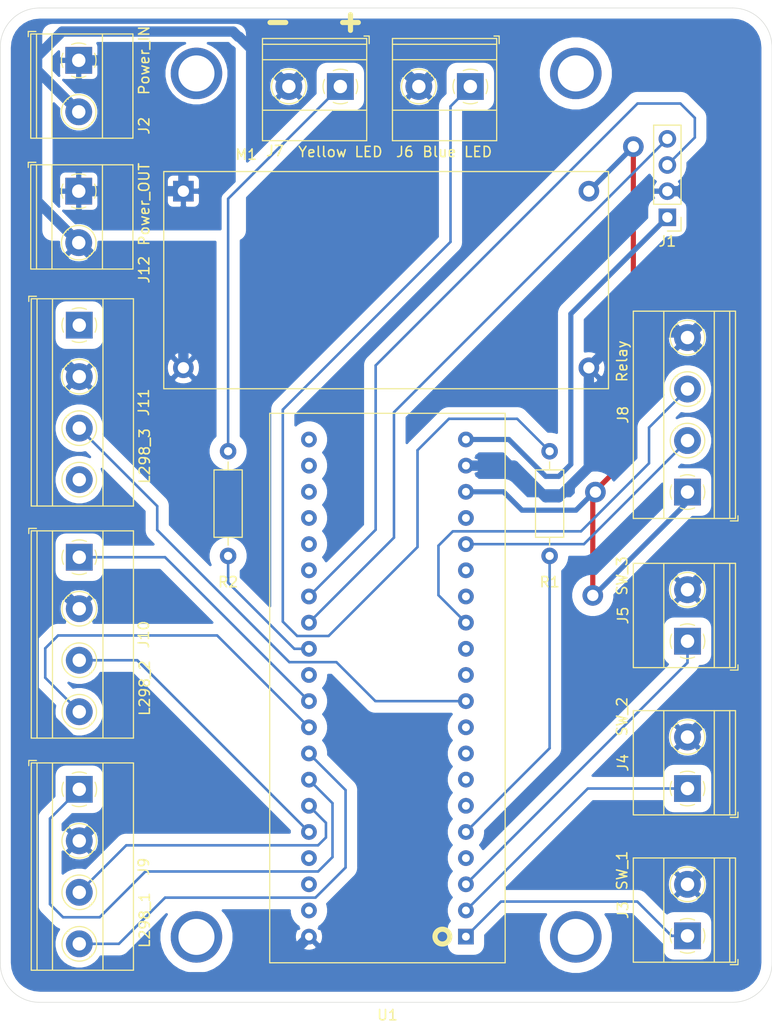
<source format=kicad_pcb>
(kicad_pcb (version 20171130) (host pcbnew "(5.1.10)-1")

  (general
    (thickness 1.6)
    (drawings 9)
    (tracks 167)
    (zones 0)
    (modules 16)
    (nets 45)
  )

  (page A4)
  (layers
    (0 F.Cu signal)
    (31 B.Cu signal)
    (32 B.Adhes user)
    (33 F.Adhes user)
    (34 B.Paste user)
    (35 F.Paste user)
    (36 B.SilkS user)
    (37 F.SilkS user)
    (38 B.Mask user)
    (39 F.Mask user)
    (40 Dwgs.User user)
    (41 Cmts.User user)
    (42 Eco1.User user)
    (43 Eco2.User user)
    (44 Edge.Cuts user)
    (45 Margin user)
    (46 B.CrtYd user)
    (47 F.CrtYd user)
    (48 B.Fab user)
    (49 F.Fab user)
  )

  (setup
    (last_trace_width 0.25)
    (trace_clearance 0.2)
    (zone_clearance 0.508)
    (zone_45_only no)
    (trace_min 0.2)
    (via_size 0.8)
    (via_drill 0.4)
    (via_min_size 0.4)
    (via_min_drill 0.3)
    (uvia_size 0.3)
    (uvia_drill 0.1)
    (uvias_allowed no)
    (uvia_min_size 0.2)
    (uvia_min_drill 0.1)
    (edge_width 0.05)
    (segment_width 0.2)
    (pcb_text_width 0.3)
    (pcb_text_size 1.5 1.5)
    (mod_edge_width 0.12)
    (mod_text_size 1 1)
    (mod_text_width 0.15)
    (pad_size 1.524 1.524)
    (pad_drill 0.762)
    (pad_to_mask_clearance 0)
    (aux_axis_origin 0 0)
    (visible_elements 7FFFFFFF)
    (pcbplotparams
      (layerselection 0x010fc_ffffffff)
      (usegerberextensions false)
      (usegerberattributes true)
      (usegerberadvancedattributes true)
      (creategerberjobfile true)
      (excludeedgelayer true)
      (linewidth 0.100000)
      (plotframeref false)
      (viasonmask false)
      (mode 1)
      (useauxorigin false)
      (hpglpennumber 1)
      (hpglpenspeed 20)
      (hpglpendiameter 15.000000)
      (psnegative false)
      (psa4output false)
      (plotreference true)
      (plotvalue true)
      (plotinvisibletext false)
      (padsonsilk false)
      (subtractmaskfromsilk false)
      (outputformat 1)
      (mirror false)
      (drillshape 1)
      (scaleselection 1)
      (outputdirectory ""))
  )

  (net 0 "")
  (net 1 "Net-(U1-Pad4)")
  (net 2 "Net-(U1-Pad6)")
  (net 3 "Net-(U1-Pad7)")
  (net 4 "Net-(U1-Pad8)")
  (net 5 "Net-(U1-Pad9)")
  (net 6 "Net-(U1-Pad11)")
  (net 7 "Net-(U1-Pad12)")
  (net 8 "Net-(U1-Pad14)")
  (net 9 "Net-(U1-Pad15)")
  (net 10 "Net-(U1-Pad17)")
  (net 11 "Net-(U1-Pad21)")
  (net 12 "Net-(U1-Pad22)")
  (net 13 "Net-(U1-Pad23)")
  (net 14 "Net-(U1-Pad24)")
  (net 15 "Net-(U1-Pad25)")
  (net 16 "Net-(U1-Pad26)")
  (net 17 "Net-(U1-Pad30)")
  (net 18 "Net-(U1-Pad37)")
  (net 19 +3V3)
  (net 20 TX2)
  (net 21 RX2)
  (net 22 +12V)
  (net 23 +5V)
  (net 24 GND)
  (net 25 PB12)
  (net 26 PB13)
  (net 27 PB14)
  (net 28 "Net-(J6-Pad1)")
  (net 29 "Net-(J7-Pad1)")
  (net 30 PB5)
  (net 31 PB8)
  (net 32 PB0)
  (net 33 PB10)
  (net 34 PB1)
  (net 35 PA7)
  (net 36 PB11)
  (net 37 PA6)
  (net 38 "Net-(J11-Pad4)")
  (net 39 PA15)
  (net 40 "Net-(J11-Pad1)")
  (net 41 B_LED)
  (net 42 Y_LED)
  (net 43 "Net-(U1-Pad38)")
  (net 44 "Net-(U1-Pad39)")

  (net_class Default "This is the default net class."
    (clearance 0.2)
    (trace_width 0.25)
    (via_dia 0.8)
    (via_drill 0.4)
    (uvia_dia 0.3)
    (uvia_drill 0.1)
    (add_net B_LED)
    (add_net "Net-(J11-Pad1)")
    (add_net "Net-(J11-Pad4)")
    (add_net "Net-(J6-Pad1)")
    (add_net "Net-(J7-Pad1)")
    (add_net "Net-(U1-Pad11)")
    (add_net "Net-(U1-Pad12)")
    (add_net "Net-(U1-Pad14)")
    (add_net "Net-(U1-Pad15)")
    (add_net "Net-(U1-Pad17)")
    (add_net "Net-(U1-Pad21)")
    (add_net "Net-(U1-Pad22)")
    (add_net "Net-(U1-Pad23)")
    (add_net "Net-(U1-Pad24)")
    (add_net "Net-(U1-Pad25)")
    (add_net "Net-(U1-Pad26)")
    (add_net "Net-(U1-Pad30)")
    (add_net "Net-(U1-Pad37)")
    (add_net "Net-(U1-Pad38)")
    (add_net "Net-(U1-Pad39)")
    (add_net "Net-(U1-Pad4)")
    (add_net "Net-(U1-Pad6)")
    (add_net "Net-(U1-Pad7)")
    (add_net "Net-(U1-Pad8)")
    (add_net "Net-(U1-Pad9)")
    (add_net PA15)
    (add_net PA6)
    (add_net PA7)
    (add_net PB0)
    (add_net PB1)
    (add_net PB10)
    (add_net PB11)
    (add_net PB12)
    (add_net PB13)
    (add_net PB14)
    (add_net PB5)
    (add_net PB8)
    (add_net RX2)
    (add_net TX2)
    (add_net Y_LED)
  )

  (net_class HPower ""
    (clearance 0.5)
    (trace_width 1)
    (via_dia 1.4)
    (via_drill 0.8)
    (uvia_dia 0.3)
    (uvia_drill 0.1)
    (add_net +12V)
    (add_net GND)
  )

  (net_class LPower ""
    (clearance 0.3)
    (trace_width 0.5)
    (via_dia 1)
    (via_drill 0.6)
    (uvia_dia 0.3)
    (uvia_drill 0.1)
    (add_net +3V3)
    (add_net +5V)
  )

  (module TerminalBlock_Phoenix:TerminalBlock_Phoenix_MKDS-1,5-4_1x04_P5.00mm_Horizontal (layer F.Cu) (tedit 5B294EE5) (tstamp 61325C79)
    (at 134.6708 138.0744 270)
    (descr "Terminal Block Phoenix MKDS-1,5-4, 4 pins, pitch 5mm, size 20x9.8mm^2, drill diamater 1.3mm, pad diameter 2.6mm, see http://www.farnell.com/datasheets/100425.pdf, script-generated using https://github.com/pointhi/kicad-footprint-generator/scripts/TerminalBlock_Phoenix")
    (tags "THT Terminal Block Phoenix MKDS-1,5-4 pitch 5mm size 20x9.8mm^2 drill 1.3mm pad 2.6mm")
    (path /612E4095)
    (fp_text reference J9 (at 7.5 -6.26 90) (layer F.SilkS)
      (effects (font (size 1 1) (thickness 0.15)))
    )
    (fp_text value L298_1 (at 12.7 -6.35 90) (layer F.SilkS)
      (effects (font (size 1 1) (thickness 0.15)))
    )
    (fp_line (start 18 -5.71) (end -3 -5.71) (layer F.CrtYd) (width 0.05))
    (fp_line (start 18 5.1) (end 18 -5.71) (layer F.CrtYd) (width 0.05))
    (fp_line (start -3 5.1) (end 18 5.1) (layer F.CrtYd) (width 0.05))
    (fp_line (start -3 -5.71) (end -3 5.1) (layer F.CrtYd) (width 0.05))
    (fp_line (start -2.8 4.9) (end -2.3 4.9) (layer F.SilkS) (width 0.12))
    (fp_line (start -2.8 4.16) (end -2.8 4.9) (layer F.SilkS) (width 0.12))
    (fp_line (start 13.773 1.023) (end 13.726 1.069) (layer F.SilkS) (width 0.12))
    (fp_line (start 16.07 -1.275) (end 16.035 -1.239) (layer F.SilkS) (width 0.12))
    (fp_line (start 13.966 1.239) (end 13.931 1.274) (layer F.SilkS) (width 0.12))
    (fp_line (start 16.275 -1.069) (end 16.228 -1.023) (layer F.SilkS) (width 0.12))
    (fp_line (start 15.955 -1.138) (end 13.863 0.955) (layer F.Fab) (width 0.1))
    (fp_line (start 16.138 -0.955) (end 14.046 1.138) (layer F.Fab) (width 0.1))
    (fp_line (start 8.773 1.023) (end 8.726 1.069) (layer F.SilkS) (width 0.12))
    (fp_line (start 11.07 -1.275) (end 11.035 -1.239) (layer F.SilkS) (width 0.12))
    (fp_line (start 8.966 1.239) (end 8.931 1.274) (layer F.SilkS) (width 0.12))
    (fp_line (start 11.275 -1.069) (end 11.228 -1.023) (layer F.SilkS) (width 0.12))
    (fp_line (start 10.955 -1.138) (end 8.863 0.955) (layer F.Fab) (width 0.1))
    (fp_line (start 11.138 -0.955) (end 9.046 1.138) (layer F.Fab) (width 0.1))
    (fp_line (start 3.773 1.023) (end 3.726 1.069) (layer F.SilkS) (width 0.12))
    (fp_line (start 6.07 -1.275) (end 6.035 -1.239) (layer F.SilkS) (width 0.12))
    (fp_line (start 3.966 1.239) (end 3.931 1.274) (layer F.SilkS) (width 0.12))
    (fp_line (start 6.275 -1.069) (end 6.228 -1.023) (layer F.SilkS) (width 0.12))
    (fp_line (start 5.955 -1.138) (end 3.863 0.955) (layer F.Fab) (width 0.1))
    (fp_line (start 6.138 -0.955) (end 4.046 1.138) (layer F.Fab) (width 0.1))
    (fp_line (start 0.955 -1.138) (end -1.138 0.955) (layer F.Fab) (width 0.1))
    (fp_line (start 1.138 -0.955) (end -0.955 1.138) (layer F.Fab) (width 0.1))
    (fp_line (start 17.561 -5.261) (end 17.561 4.66) (layer F.SilkS) (width 0.12))
    (fp_line (start -2.56 -5.261) (end -2.56 4.66) (layer F.SilkS) (width 0.12))
    (fp_line (start -2.56 4.66) (end 17.561 4.66) (layer F.SilkS) (width 0.12))
    (fp_line (start -2.56 -5.261) (end 17.561 -5.261) (layer F.SilkS) (width 0.12))
    (fp_line (start -2.56 -2.301) (end 17.561 -2.301) (layer F.SilkS) (width 0.12))
    (fp_line (start -2.5 -2.3) (end 17.5 -2.3) (layer F.Fab) (width 0.1))
    (fp_line (start -2.56 2.6) (end 17.561 2.6) (layer F.SilkS) (width 0.12))
    (fp_line (start -2.5 2.6) (end 17.5 2.6) (layer F.Fab) (width 0.1))
    (fp_line (start -2.56 4.1) (end 17.561 4.1) (layer F.SilkS) (width 0.12))
    (fp_line (start -2.5 4.1) (end 17.5 4.1) (layer F.Fab) (width 0.1))
    (fp_line (start -2.5 4.1) (end -2.5 -5.2) (layer F.Fab) (width 0.1))
    (fp_line (start -2 4.6) (end -2.5 4.1) (layer F.Fab) (width 0.1))
    (fp_line (start 17.5 4.6) (end -2 4.6) (layer F.Fab) (width 0.1))
    (fp_line (start 17.5 -5.2) (end 17.5 4.6) (layer F.Fab) (width 0.1))
    (fp_line (start -2.5 -5.2) (end 17.5 -5.2) (layer F.Fab) (width 0.1))
    (fp_circle (center 15 0) (end 16.68 0) (layer F.SilkS) (width 0.12))
    (fp_circle (center 15 0) (end 16.5 0) (layer F.Fab) (width 0.1))
    (fp_circle (center 10 0) (end 11.68 0) (layer F.SilkS) (width 0.12))
    (fp_circle (center 10 0) (end 11.5 0) (layer F.Fab) (width 0.1))
    (fp_circle (center 5 0) (end 6.68 0) (layer F.SilkS) (width 0.12))
    (fp_circle (center 5 0) (end 6.5 0) (layer F.Fab) (width 0.1))
    (fp_circle (center 0 0) (end 1.5 0) (layer F.Fab) (width 0.1))
    (fp_text user %R (at 7.5 3.2 90) (layer F.Fab)
      (effects (font (size 1 1) (thickness 0.15)))
    )
    (fp_arc (start 0 0) (end -0.684 1.535) (angle -25) (layer F.SilkS) (width 0.12))
    (fp_arc (start 0 0) (end -1.535 -0.684) (angle -48) (layer F.SilkS) (width 0.12))
    (fp_arc (start 0 0) (end 0.684 -1.535) (angle -48) (layer F.SilkS) (width 0.12))
    (fp_arc (start 0 0) (end 1.535 0.684) (angle -48) (layer F.SilkS) (width 0.12))
    (fp_arc (start 0 0) (end 0 1.68) (angle -24) (layer F.SilkS) (width 0.12))
    (pad 4 thru_hole circle (at 15 0 270) (size 2.6 2.6) (drill 1.3) (layers *.Cu *.Mask)
      (net 32 PB0))
    (pad 3 thru_hole circle (at 10 0 270) (size 2.6 2.6) (drill 1.3) (layers *.Cu *.Mask)
      (net 33 PB10))
    (pad 2 thru_hole circle (at 5 0 270) (size 2.6 2.6) (drill 1.3) (layers *.Cu *.Mask)
      (net 24 GND))
    (pad 1 thru_hole rect (at 0 0 270) (size 2.6 2.6) (drill 1.3) (layers *.Cu *.Mask)
      (net 34 PB1))
    (model ${KISYS3DMOD}/TerminalBlock_Phoenix.3dshapes/TerminalBlock_Phoenix_MKDS-1,5-4_1x04_P5.00mm_Horizontal.wrl
      (at (xyz 0 0 0))
      (scale (xyz 1 1 1))
      (rotate (xyz 0 0 0))
    )
  )

  (module MyFootprint:Stm32f103_module (layer F.Cu) (tedit 611E2CE5) (tstamp 6132F902)
    (at 172.212 152.3746 180)
    (path /611E0C92)
    (fp_text reference U1 (at 7.62 -7.62) (layer F.SilkS)
      (effects (font (size 1 1) (thickness 0.15)))
    )
    (fp_text value stm32f103c8t6-module-china (at -2.54 -7.62) (layer F.Fab)
      (effects (font (size 1 1) (thickness 0.15)))
    )
    (fp_line (start -3.81 50.8) (end -3.81 -2.54) (layer F.SilkS) (width 0.12))
    (fp_line (start 19.05 50.8) (end -3.81 50.8) (layer F.SilkS) (width 0.12))
    (fp_line (start 19.05 -2.54) (end 19.05 50.8) (layer F.SilkS) (width 0.12))
    (fp_line (start -3.81 -2.54) (end 19.05 -2.54) (layer F.SilkS) (width 0.12))
    (fp_circle (center 2.286 0) (end 3.00442 0) (layer F.SilkS) (width 0.5))
    (pad 1 thru_hole rect (at 0 0 180) (size 1.524 1.524) (drill 0.762) (layers *.Cu *.Mask)
      (net 25 PB12))
    (pad 2 thru_hole circle (at 0 2.54 180) (size 1.524 1.524) (drill 0.762) (layers *.Cu *.Mask)
      (net 26 PB13))
    (pad 3 thru_hole circle (at 0 5.08 180) (size 1.524 1.524) (drill 0.762) (layers *.Cu *.Mask)
      (net 27 PB14))
    (pad 4 thru_hole circle (at 0 7.62 180) (size 1.524 1.524) (drill 0.762) (layers *.Cu *.Mask)
      (net 1 "Net-(U1-Pad4)"))
    (pad 5 thru_hole circle (at 0 10.16 180) (size 1.524 1.524) (drill 0.762) (layers *.Cu *.Mask)
      (net 41 B_LED))
    (pad 6 thru_hole circle (at 0 12.7 180) (size 1.524 1.524) (drill 0.762) (layers *.Cu *.Mask)
      (net 2 "Net-(U1-Pad6)"))
    (pad 7 thru_hole circle (at 0 15.24 180) (size 1.524 1.524) (drill 0.762) (layers *.Cu *.Mask)
      (net 3 "Net-(U1-Pad7)"))
    (pad 8 thru_hole circle (at 0 17.78 180) (size 1.524 1.524) (drill 0.762) (layers *.Cu *.Mask)
      (net 4 "Net-(U1-Pad8)"))
    (pad 9 thru_hole circle (at 0 20.32 180) (size 1.524 1.524) (drill 0.762) (layers *.Cu *.Mask)
      (net 5 "Net-(U1-Pad9)"))
    (pad 10 thru_hole circle (at 0 22.86 180) (size 1.524 1.524) (drill 0.762) (layers *.Cu *.Mask)
      (net 39 PA15))
    (pad 11 thru_hole circle (at 0 25.4 180) (size 1.524 1.524) (drill 0.762) (layers *.Cu *.Mask)
      (net 6 "Net-(U1-Pad11)"))
    (pad 12 thru_hole circle (at 0 27.94 180) (size 1.524 1.524) (drill 0.762) (layers *.Cu *.Mask)
      (net 7 "Net-(U1-Pad12)"))
    (pad 13 thru_hole circle (at 0 30.48 180) (size 1.524 1.524) (drill 0.762) (layers *.Cu *.Mask)
      (net 30 PB5))
    (pad 14 thru_hole circle (at 0 33.02 180) (size 1.524 1.524) (drill 0.762) (layers *.Cu *.Mask)
      (net 8 "Net-(U1-Pad14)"))
    (pad 15 thru_hole circle (at 0 35.56 180) (size 1.524 1.524) (drill 0.762) (layers *.Cu *.Mask)
      (net 9 "Net-(U1-Pad15)"))
    (pad 16 thru_hole circle (at 0 38.1 180) (size 1.524 1.524) (drill 0.762) (layers *.Cu *.Mask)
      (net 31 PB8))
    (pad 17 thru_hole circle (at 0 40.64 180) (size 1.524 1.524) (drill 0.762) (layers *.Cu *.Mask)
      (net 10 "Net-(U1-Pad17)"))
    (pad 18 thru_hole circle (at 0 43.18 180) (size 1.524 1.524) (drill 0.762) (layers *.Cu *.Mask)
      (net 23 +5V))
    (pad 19 thru_hole circle (at 0 45.72 180) (size 1.524 1.524) (drill 0.762) (layers *.Cu *.Mask)
      (net 24 GND))
    (pad 20 thru_hole circle (at 0 48.26 180) (size 1.524 1.524) (drill 0.762) (layers *.Cu *.Mask)
      (net 19 +3V3))
    (pad 21 thru_hole circle (at 15.24 48.26 180) (size 1.524 1.524) (drill 0.762) (layers *.Cu *.Mask)
      (net 11 "Net-(U1-Pad21)"))
    (pad 22 thru_hole circle (at 15.24 45.72 180) (size 1.524 1.524) (drill 0.762) (layers *.Cu *.Mask)
      (net 12 "Net-(U1-Pad22)"))
    (pad 23 thru_hole circle (at 15.24 43.18 180) (size 1.524 1.524) (drill 0.762) (layers *.Cu *.Mask)
      (net 13 "Net-(U1-Pad23)"))
    (pad 24 thru_hole circle (at 15.24 40.64 180) (size 1.524 1.524) (drill 0.762) (layers *.Cu *.Mask)
      (net 14 "Net-(U1-Pad24)"))
    (pad 25 thru_hole circle (at 15.24 38.1 180) (size 1.524 1.524) (drill 0.762) (layers *.Cu *.Mask)
      (net 15 "Net-(U1-Pad25)"))
    (pad 26 thru_hole circle (at 15.24 35.56 180) (size 1.524 1.524) (drill 0.762) (layers *.Cu *.Mask)
      (net 16 "Net-(U1-Pad26)"))
    (pad 27 thru_hole circle (at 15.24 33.02 180) (size 1.524 1.524) (drill 0.762) (layers *.Cu *.Mask)
      (net 20 TX2))
    (pad 28 thru_hole circle (at 15.24 30.48 180) (size 1.524 1.524) (drill 0.762) (layers *.Cu *.Mask)
      (net 21 RX2))
    (pad 29 thru_hole circle (at 15.24 27.94 180) (size 1.524 1.524) (drill 0.762) (layers *.Cu *.Mask)
      (net 42 Y_LED))
    (pad 30 thru_hole circle (at 15.24 25.4 180) (size 1.524 1.524) (drill 0.762) (layers *.Cu *.Mask)
      (net 17 "Net-(U1-Pad30)"))
    (pad 31 thru_hole circle (at 15.24 22.86 180) (size 1.524 1.524) (drill 0.762) (layers *.Cu *.Mask)
      (net 37 PA6))
    (pad 32 thru_hole circle (at 15.24 20.32 180) (size 1.524 1.524) (drill 0.762) (layers *.Cu *.Mask)
      (net 35 PA7))
    (pad 33 thru_hole circle (at 15.24 17.78 180) (size 1.524 1.524) (drill 0.762) (layers *.Cu *.Mask)
      (net 32 PB0))
    (pad 34 thru_hole circle (at 15.24 15.24 180) (size 1.524 1.524) (drill 0.762) (layers *.Cu *.Mask)
      (net 34 PB1))
    (pad 35 thru_hole circle (at 15.24 12.7 180) (size 1.524 1.524) (drill 0.762) (layers *.Cu *.Mask)
      (net 33 PB10))
    (pad 36 thru_hole circle (at 15.24 10.16 180) (size 1.524 1.524) (drill 0.762) (layers *.Cu *.Mask)
      (net 36 PB11))
    (pad 37 thru_hole circle (at 15.24 7.62 180) (size 1.524 1.524) (drill 0.762) (layers *.Cu *.Mask)
      (net 18 "Net-(U1-Pad37)"))
    (pad 38 thru_hole circle (at 15.24 5.08 180) (size 1.524 1.524) (drill 0.762) (layers *.Cu *.Mask)
      (net 43 "Net-(U1-Pad38)"))
    (pad 39 thru_hole circle (at 15.24 2.54 180) (size 1.524 1.524) (drill 0.762) (layers *.Cu *.Mask)
      (net 44 "Net-(U1-Pad39)"))
    (pad 40 thru_hole circle (at 15.24 0 180) (size 1.524 1.524) (drill 0.762) (layers *.Cu *.Mask)
      (net 24 GND))
    (model /Users/thitaphan/Documents/Kicad/Lib/YAAJ_BluePill.step
      (at (xyz 0 0 0))
      (scale (xyz 1 1 1))
      (rotate (xyz 0 0 0))
    )
    (model "C:/Users/thitaphanj/OneDrive - kmutnb.ac.th/Documents/Kicad/Lib/YAAJ_BluePill.step"
      (at (xyz 0 0 0))
      (scale (xyz 1 1 1))
      (rotate (xyz 0 0 0))
    )
  )

  (module Resistor_THT:R_Axial_DIN0207_L6.3mm_D2.5mm_P10.16mm_Horizontal (layer F.Cu) (tedit 5AE5139B) (tstamp 6132FC47)
    (at 149.1234 105.2576 270)
    (descr "Resistor, Axial_DIN0207 series, Axial, Horizontal, pin pitch=10.16mm, 0.25W = 1/4W, length*diameter=6.3*2.5mm^2, http://cdn-reichelt.de/documents/datenblatt/B400/1_4W%23YAG.pdf")
    (tags "Resistor Axial_DIN0207 series Axial Horizontal pin pitch 10.16mm 0.25W = 1/4W length 6.3mm diameter 2.5mm")
    (path /612DB4AA)
    (fp_text reference R2 (at 12.7 0) (layer F.SilkS)
      (effects (font (size 1 1) (thickness 0.15)))
    )
    (fp_text value R_US (at 5.08 2.37 90) (layer F.Fab)
      (effects (font (size 1 1) (thickness 0.15)))
    )
    (fp_line (start 11.21 -1.5) (end -1.05 -1.5) (layer F.CrtYd) (width 0.05))
    (fp_line (start 11.21 1.5) (end 11.21 -1.5) (layer F.CrtYd) (width 0.05))
    (fp_line (start -1.05 1.5) (end 11.21 1.5) (layer F.CrtYd) (width 0.05))
    (fp_line (start -1.05 -1.5) (end -1.05 1.5) (layer F.CrtYd) (width 0.05))
    (fp_line (start 9.12 0) (end 8.35 0) (layer F.SilkS) (width 0.12))
    (fp_line (start 1.04 0) (end 1.81 0) (layer F.SilkS) (width 0.12))
    (fp_line (start 8.35 -1.37) (end 1.81 -1.37) (layer F.SilkS) (width 0.12))
    (fp_line (start 8.35 1.37) (end 8.35 -1.37) (layer F.SilkS) (width 0.12))
    (fp_line (start 1.81 1.37) (end 8.35 1.37) (layer F.SilkS) (width 0.12))
    (fp_line (start 1.81 -1.37) (end 1.81 1.37) (layer F.SilkS) (width 0.12))
    (fp_line (start 10.16 0) (end 8.23 0) (layer F.Fab) (width 0.1))
    (fp_line (start 0 0) (end 1.93 0) (layer F.Fab) (width 0.1))
    (fp_line (start 8.23 -1.25) (end 1.93 -1.25) (layer F.Fab) (width 0.1))
    (fp_line (start 8.23 1.25) (end 8.23 -1.25) (layer F.Fab) (width 0.1))
    (fp_line (start 1.93 1.25) (end 8.23 1.25) (layer F.Fab) (width 0.1))
    (fp_line (start 1.93 -1.25) (end 1.93 1.25) (layer F.Fab) (width 0.1))
    (fp_text user %R (at -0.02381 0 90) (layer F.Fab)
      (effects (font (size 1 1) (thickness 0.15)))
    )
    (pad 2 thru_hole oval (at 10.16 0 270) (size 1.6 1.6) (drill 0.8) (layers *.Cu *.Mask)
      (net 42 Y_LED))
    (pad 1 thru_hole circle (at 0 0 270) (size 1.6 1.6) (drill 0.8) (layers *.Cu *.Mask)
      (net 29 "Net-(J7-Pad1)"))
    (model ${KISYS3DMOD}/Resistor_THT.3dshapes/R_Axial_DIN0207_L6.3mm_D2.5mm_P10.16mm_Horizontal.wrl
      (at (xyz 0 0 0))
      (scale (xyz 1 1 1))
      (rotate (xyz 0 0 0))
    )
  )

  (module Resistor_THT:R_Axial_DIN0207_L6.3mm_D2.5mm_P10.16mm_Horizontal (layer F.Cu) (tedit 5AE5139B) (tstamp 61332775)
    (at 180.34 105.2576 270)
    (descr "Resistor, Axial_DIN0207 series, Axial, Horizontal, pin pitch=10.16mm, 0.25W = 1/4W, length*diameter=6.3*2.5mm^2, http://cdn-reichelt.de/documents/datenblatt/B400/1_4W%23YAG.pdf")
    (tags "Resistor Axial_DIN0207 series Axial Horizontal pin pitch 10.16mm 0.25W = 1/4W length 6.3mm diameter 2.5mm")
    (path /612DAC3B)
    (fp_text reference R1 (at 12.7 0 180) (layer F.SilkS)
      (effects (font (size 1 1) (thickness 0.15)))
    )
    (fp_text value R_US (at 5.08 2.37 90) (layer F.Fab)
      (effects (font (size 1 1) (thickness 0.15)))
    )
    (fp_line (start 11.21 -1.5) (end -1.05 -1.5) (layer F.CrtYd) (width 0.05))
    (fp_line (start 11.21 1.5) (end 11.21 -1.5) (layer F.CrtYd) (width 0.05))
    (fp_line (start -1.05 1.5) (end 11.21 1.5) (layer F.CrtYd) (width 0.05))
    (fp_line (start -1.05 -1.5) (end -1.05 1.5) (layer F.CrtYd) (width 0.05))
    (fp_line (start 9.12 0) (end 8.35 0) (layer F.SilkS) (width 0.12))
    (fp_line (start 1.04 0) (end 1.81 0) (layer F.SilkS) (width 0.12))
    (fp_line (start 8.35 -1.37) (end 1.81 -1.37) (layer F.SilkS) (width 0.12))
    (fp_line (start 8.35 1.37) (end 8.35 -1.37) (layer F.SilkS) (width 0.12))
    (fp_line (start 1.81 1.37) (end 8.35 1.37) (layer F.SilkS) (width 0.12))
    (fp_line (start 1.81 -1.37) (end 1.81 1.37) (layer F.SilkS) (width 0.12))
    (fp_line (start 10.16 0) (end 8.23 0) (layer F.Fab) (width 0.1))
    (fp_line (start 0 0) (end 1.93 0) (layer F.Fab) (width 0.1))
    (fp_line (start 8.23 -1.25) (end 1.93 -1.25) (layer F.Fab) (width 0.1))
    (fp_line (start 8.23 1.25) (end 8.23 -1.25) (layer F.Fab) (width 0.1))
    (fp_line (start 1.93 1.25) (end 8.23 1.25) (layer F.Fab) (width 0.1))
    (fp_line (start 1.93 -1.25) (end 1.93 1.25) (layer F.Fab) (width 0.1))
    (fp_text user %R (at 5.08 0 90) (layer F.Fab)
      (effects (font (size 1 1) (thickness 0.15)))
    )
    (pad 2 thru_hole oval (at 10.16 0 270) (size 1.6 1.6) (drill 0.8) (layers *.Cu *.Mask)
      (net 41 B_LED))
    (pad 1 thru_hole circle (at 0 0 270) (size 1.6 1.6) (drill 0.8) (layers *.Cu *.Mask)
      (net 28 "Net-(J6-Pad1)"))
    (model ${KISYS3DMOD}/Resistor_THT.3dshapes/R_Axial_DIN0207_L6.3mm_D2.5mm_P10.16mm_Horizontal.wrl
      (at (xyz 0 0 0))
      (scale (xyz 1 1 1))
      (rotate (xyz 0 0 0))
    )
  )

  (module Untitled:HW-411 (layer F.Cu) (tedit 6131FA39) (tstamp 61325D2D)
    (at 144.78 80.01)
    (path /61278BAA)
    (fp_text reference M1 (at 6.096 -3.556) (layer F.SilkS)
      (effects (font (size 1 1) (thickness 0.15)))
    )
    (fp_text value LM2596S_Module (at 0 -3.556) (layer F.Fab)
      (effects (font (size 1 1) (thickness 0.15)))
    )
    (fp_line (start -1.905 -1.905) (end 41.275 -1.905) (layer F.SilkS) (width 0.12))
    (fp_line (start 41.275 -1.905) (end 41.275 19.177) (layer F.SilkS) (width 0.12))
    (fp_line (start 41.275 19.177) (end -1.905 19.177) (layer F.SilkS) (width 0.12))
    (fp_line (start -1.905 19.177) (end -1.905 -1.905) (layer F.SilkS) (width 0.12))
    (pad 1 thru_hole rect (at 0 0) (size 2 2) (drill 1.1) (layers *.Cu *.Mask)
      (net 22 +12V))
    (pad 2 thru_hole circle (at 0 17.145) (size 2 2) (drill 1.1) (layers *.Cu *.Mask)
      (net 24 GND))
    (pad 3 thru_hole circle (at 39.37 17.145) (size 2 2) (drill 1.1) (layers *.Cu *.Mask)
      (net 24 GND))
    (pad 4 thru_hole circle (at 39.37 0) (size 2 2) (drill 1.1) (layers *.Cu *.Mask)
      (net 23 +5V))
    (model "C:/Users/thitaphanj/OneDrive - kmutnb.ac.th/Documents/Kicad/Lib/LM2596 DC-DC StepDown Converter v1.step"
      (offset (xyz 41.2 -9.300000000000001 11.5))
      (scale (xyz 1 1 1))
      (rotate (xyz 0 0 0))
    )
  )

  (module TerminalBlock_Phoenix:TerminalBlock_Phoenix_MKDS-1,5-2_1x02_P5.00mm_Horizontal (layer F.Cu) (tedit 5B294EE5) (tstamp 61325D21)
    (at 134.62 80.01 270)
    (descr "Terminal Block Phoenix MKDS-1,5-2, 2 pins, pitch 5mm, size 10x9.8mm^2, drill diamater 1.3mm, pad diameter 2.6mm, see http://www.farnell.com/datasheets/100425.pdf, script-generated using https://github.com/pointhi/kicad-footprint-generator/scripts/TerminalBlock_Phoenix")
    (tags "THT Terminal Block Phoenix MKDS-1,5-2 pitch 5mm size 10x9.8mm^2 drill 1.3mm pad 2.6mm")
    (path /612EE48C)
    (fp_text reference J12 (at 7.62 -6.35 90) (layer F.SilkS)
      (effects (font (size 1 1) (thickness 0.15)))
    )
    (fp_text value Power_OUT (at 1.27 -6.35 90) (layer F.SilkS)
      (effects (font (size 1 1) (thickness 0.15)))
    )
    (fp_circle (center 0 0) (end 1.5 0) (layer F.Fab) (width 0.1))
    (fp_circle (center 5 0) (end 6.5 0) (layer F.Fab) (width 0.1))
    (fp_circle (center 5 0) (end 6.68 0) (layer F.SilkS) (width 0.12))
    (fp_line (start -2.5 -5.2) (end 7.5 -5.2) (layer F.Fab) (width 0.1))
    (fp_line (start 7.5 -5.2) (end 7.5 4.6) (layer F.Fab) (width 0.1))
    (fp_line (start 7.5 4.6) (end -2 4.6) (layer F.Fab) (width 0.1))
    (fp_line (start -2 4.6) (end -2.5 4.1) (layer F.Fab) (width 0.1))
    (fp_line (start -2.5 4.1) (end -2.5 -5.2) (layer F.Fab) (width 0.1))
    (fp_line (start -2.5 4.1) (end 7.5 4.1) (layer F.Fab) (width 0.1))
    (fp_line (start -2.56 4.1) (end 7.56 4.1) (layer F.SilkS) (width 0.12))
    (fp_line (start -2.5 2.6) (end 7.5 2.6) (layer F.Fab) (width 0.1))
    (fp_line (start -2.56 2.6) (end 7.56 2.6) (layer F.SilkS) (width 0.12))
    (fp_line (start -2.5 -2.3) (end 7.5 -2.3) (layer F.Fab) (width 0.1))
    (fp_line (start -2.56 -2.301) (end 7.56 -2.301) (layer F.SilkS) (width 0.12))
    (fp_line (start -2.56 -5.261) (end 7.56 -5.261) (layer F.SilkS) (width 0.12))
    (fp_line (start -2.56 4.66) (end 7.56 4.66) (layer F.SilkS) (width 0.12))
    (fp_line (start -2.56 -5.261) (end -2.56 4.66) (layer F.SilkS) (width 0.12))
    (fp_line (start 7.56 -5.261) (end 7.56 4.66) (layer F.SilkS) (width 0.12))
    (fp_line (start 1.138 -0.955) (end -0.955 1.138) (layer F.Fab) (width 0.1))
    (fp_line (start 0.955 -1.138) (end -1.138 0.955) (layer F.Fab) (width 0.1))
    (fp_line (start 6.138 -0.955) (end 4.046 1.138) (layer F.Fab) (width 0.1))
    (fp_line (start 5.955 -1.138) (end 3.863 0.955) (layer F.Fab) (width 0.1))
    (fp_line (start 6.275 -1.069) (end 6.228 -1.023) (layer F.SilkS) (width 0.12))
    (fp_line (start 3.966 1.239) (end 3.931 1.274) (layer F.SilkS) (width 0.12))
    (fp_line (start 6.07 -1.275) (end 6.035 -1.239) (layer F.SilkS) (width 0.12))
    (fp_line (start 3.773 1.023) (end 3.726 1.069) (layer F.SilkS) (width 0.12))
    (fp_line (start -2.8 4.16) (end -2.8 4.9) (layer F.SilkS) (width 0.12))
    (fp_line (start -2.8 4.9) (end -2.3 4.9) (layer F.SilkS) (width 0.12))
    (fp_line (start -3 -5.71) (end -3 5.1) (layer F.CrtYd) (width 0.05))
    (fp_line (start -3 5.1) (end 8 5.1) (layer F.CrtYd) (width 0.05))
    (fp_line (start 8 5.1) (end 8 -5.71) (layer F.CrtYd) (width 0.05))
    (fp_line (start 8 -5.71) (end -3 -5.71) (layer F.CrtYd) (width 0.05))
    (fp_arc (start 0 0) (end 0 1.68) (angle -24) (layer F.SilkS) (width 0.12))
    (fp_arc (start 0 0) (end 1.535 0.684) (angle -48) (layer F.SilkS) (width 0.12))
    (fp_arc (start 0 0) (end 0.684 -1.535) (angle -48) (layer F.SilkS) (width 0.12))
    (fp_arc (start 0 0) (end -1.535 -0.684) (angle -48) (layer F.SilkS) (width 0.12))
    (fp_arc (start 0 0) (end -0.684 1.535) (angle -25) (layer F.SilkS) (width 0.12))
    (fp_text user %R (at 2.5 3.2 90) (layer F.Fab)
      (effects (font (size 1 1) (thickness 0.15)))
    )
    (pad 1 thru_hole rect (at 0 0 270) (size 2.6 2.6) (drill 1.3) (layers *.Cu *.Mask)
      (net 22 +12V))
    (pad 2 thru_hole circle (at 5 0 270) (size 2.6 2.6) (drill 1.3) (layers *.Cu *.Mask)
      (net 24 GND))
    (model ${KISYS3DMOD}/TerminalBlock_Phoenix.3dshapes/TerminalBlock_Phoenix_MKDS-1,5-2_1x02_P5.00mm_Horizontal.wrl
      (at (xyz 0 0 0))
      (scale (xyz 1 1 1))
      (rotate (xyz 0 0 0))
    )
  )

  (module TerminalBlock_Phoenix:TerminalBlock_Phoenix_MKDS-1,5-4_1x04_P5.00mm_Horizontal (layer F.Cu) (tedit 5B294EE5) (tstamp 61326486)
    (at 134.6708 93.0148 270)
    (descr "Terminal Block Phoenix MKDS-1,5-4, 4 pins, pitch 5mm, size 20x9.8mm^2, drill diamater 1.3mm, pad diameter 2.6mm, see http://www.farnell.com/datasheets/100425.pdf, script-generated using https://github.com/pointhi/kicad-footprint-generator/scripts/TerminalBlock_Phoenix")
    (tags "THT Terminal Block Phoenix MKDS-1,5-4 pitch 5mm size 20x9.8mm^2 drill 1.3mm pad 2.6mm")
    (path /612E94C6)
    (fp_text reference J11 (at 7.5 -6.26 90) (layer F.SilkS)
      (effects (font (size 1 1) (thickness 0.15)))
    )
    (fp_text value L298_3 (at 12.7 -6.35 90) (layer F.SilkS)
      (effects (font (size 1 1) (thickness 0.15)))
    )
    (fp_line (start 18 -5.71) (end -3 -5.71) (layer F.CrtYd) (width 0.05))
    (fp_line (start 18 5.1) (end 18 -5.71) (layer F.CrtYd) (width 0.05))
    (fp_line (start -3 5.1) (end 18 5.1) (layer F.CrtYd) (width 0.05))
    (fp_line (start -3 -5.71) (end -3 5.1) (layer F.CrtYd) (width 0.05))
    (fp_line (start -2.8 4.9) (end -2.3 4.9) (layer F.SilkS) (width 0.12))
    (fp_line (start -2.8 4.16) (end -2.8 4.9) (layer F.SilkS) (width 0.12))
    (fp_line (start 13.773 1.023) (end 13.726 1.069) (layer F.SilkS) (width 0.12))
    (fp_line (start 16.07 -1.275) (end 16.035 -1.239) (layer F.SilkS) (width 0.12))
    (fp_line (start 13.966 1.239) (end 13.931 1.274) (layer F.SilkS) (width 0.12))
    (fp_line (start 16.275 -1.069) (end 16.228 -1.023) (layer F.SilkS) (width 0.12))
    (fp_line (start 15.955 -1.138) (end 13.863 0.955) (layer F.Fab) (width 0.1))
    (fp_line (start 16.138 -0.955) (end 14.046 1.138) (layer F.Fab) (width 0.1))
    (fp_line (start 8.773 1.023) (end 8.726 1.069) (layer F.SilkS) (width 0.12))
    (fp_line (start 11.07 -1.275) (end 11.035 -1.239) (layer F.SilkS) (width 0.12))
    (fp_line (start 8.966 1.239) (end 8.931 1.274) (layer F.SilkS) (width 0.12))
    (fp_line (start 11.275 -1.069) (end 11.228 -1.023) (layer F.SilkS) (width 0.12))
    (fp_line (start 10.955 -1.138) (end 8.863 0.955) (layer F.Fab) (width 0.1))
    (fp_line (start 11.138 -0.955) (end 9.046 1.138) (layer F.Fab) (width 0.1))
    (fp_line (start 3.773 1.023) (end 3.726 1.069) (layer F.SilkS) (width 0.12))
    (fp_line (start 6.07 -1.275) (end 6.035 -1.239) (layer F.SilkS) (width 0.12))
    (fp_line (start 3.966 1.239) (end 3.931 1.274) (layer F.SilkS) (width 0.12))
    (fp_line (start 6.275 -1.069) (end 6.228 -1.023) (layer F.SilkS) (width 0.12))
    (fp_line (start 5.955 -1.138) (end 3.863 0.955) (layer F.Fab) (width 0.1))
    (fp_line (start 6.138 -0.955) (end 4.046 1.138) (layer F.Fab) (width 0.1))
    (fp_line (start 0.955 -1.138) (end -1.138 0.955) (layer F.Fab) (width 0.1))
    (fp_line (start 1.138 -0.955) (end -0.955 1.138) (layer F.Fab) (width 0.1))
    (fp_line (start 17.561 -5.261) (end 17.561 4.66) (layer F.SilkS) (width 0.12))
    (fp_line (start -2.56 -5.261) (end -2.56 4.66) (layer F.SilkS) (width 0.12))
    (fp_line (start -2.56 4.66) (end 17.561 4.66) (layer F.SilkS) (width 0.12))
    (fp_line (start -2.56 -5.261) (end 17.561 -5.261) (layer F.SilkS) (width 0.12))
    (fp_line (start -2.56 -2.301) (end 17.561 -2.301) (layer F.SilkS) (width 0.12))
    (fp_line (start -2.5 -2.3) (end 17.5 -2.3) (layer F.Fab) (width 0.1))
    (fp_line (start -2.56 2.6) (end 17.561 2.6) (layer F.SilkS) (width 0.12))
    (fp_line (start -2.5 2.6) (end 17.5 2.6) (layer F.Fab) (width 0.1))
    (fp_line (start -2.56 4.1) (end 17.561 4.1) (layer F.SilkS) (width 0.12))
    (fp_line (start -2.5 4.1) (end 17.5 4.1) (layer F.Fab) (width 0.1))
    (fp_line (start -2.5 4.1) (end -2.5 -5.2) (layer F.Fab) (width 0.1))
    (fp_line (start -2 4.6) (end -2.5 4.1) (layer F.Fab) (width 0.1))
    (fp_line (start 17.5 4.6) (end -2 4.6) (layer F.Fab) (width 0.1))
    (fp_line (start 17.5 -5.2) (end 17.5 4.6) (layer F.Fab) (width 0.1))
    (fp_line (start -2.5 -5.2) (end 17.5 -5.2) (layer F.Fab) (width 0.1))
    (fp_circle (center 15 0) (end 16.68 0) (layer F.SilkS) (width 0.12))
    (fp_circle (center 15 0) (end 16.5 0) (layer F.Fab) (width 0.1))
    (fp_circle (center 10 0) (end 11.68 0) (layer F.SilkS) (width 0.12))
    (fp_circle (center 10 0) (end 11.5 0) (layer F.Fab) (width 0.1))
    (fp_circle (center 5 0) (end 6.68 0) (layer F.SilkS) (width 0.12))
    (fp_circle (center 5 0) (end 6.5 0) (layer F.Fab) (width 0.1))
    (fp_circle (center 0 0) (end 1.5 0) (layer F.Fab) (width 0.1))
    (fp_text user %R (at 7.5 3.2 90) (layer F.Fab)
      (effects (font (size 1 1) (thickness 0.15)))
    )
    (fp_arc (start 0 0) (end -0.684 1.535) (angle -25) (layer F.SilkS) (width 0.12))
    (fp_arc (start 0 0) (end -1.535 -0.684) (angle -48) (layer F.SilkS) (width 0.12))
    (fp_arc (start 0 0) (end 0.684 -1.535) (angle -48) (layer F.SilkS) (width 0.12))
    (fp_arc (start 0 0) (end 1.535 0.684) (angle -48) (layer F.SilkS) (width 0.12))
    (fp_arc (start 0 0) (end 0 1.68) (angle -24) (layer F.SilkS) (width 0.12))
    (pad 4 thru_hole circle (at 15 0 270) (size 2.6 2.6) (drill 1.3) (layers *.Cu *.Mask)
      (net 38 "Net-(J11-Pad4)"))
    (pad 3 thru_hole circle (at 10 0 270) (size 2.6 2.6) (drill 1.3) (layers *.Cu *.Mask)
      (net 39 PA15))
    (pad 2 thru_hole circle (at 5 0 270) (size 2.6 2.6) (drill 1.3) (layers *.Cu *.Mask)
      (net 24 GND))
    (pad 1 thru_hole rect (at 0 0 270) (size 2.6 2.6) (drill 1.3) (layers *.Cu *.Mask)
      (net 40 "Net-(J11-Pad1)"))
    (model ${KISYS3DMOD}/TerminalBlock_Phoenix.3dshapes/TerminalBlock_Phoenix_MKDS-1,5-4_1x04_P5.00mm_Horizontal.wrl
      (at (xyz 0 0 0))
      (scale (xyz 1 1 1))
      (rotate (xyz 0 0 0))
    )
  )

  (module TerminalBlock_Phoenix:TerminalBlock_Phoenix_MKDS-1,5-4_1x04_P5.00mm_Horizontal (layer F.Cu) (tedit 5B294EE5) (tstamp 613328B7)
    (at 134.6708 115.5446 270)
    (descr "Terminal Block Phoenix MKDS-1,5-4, 4 pins, pitch 5mm, size 20x9.8mm^2, drill diamater 1.3mm, pad diameter 2.6mm, see http://www.farnell.com/datasheets/100425.pdf, script-generated using https://github.com/pointhi/kicad-footprint-generator/scripts/TerminalBlock_Phoenix")
    (tags "THT Terminal Block Phoenix MKDS-1,5-4 pitch 5mm size 20x9.8mm^2 drill 1.3mm pad 2.6mm")
    (path /612E66A2)
    (fp_text reference J10 (at 7.5 -6.26 90) (layer F.SilkS)
      (effects (font (size 1 1) (thickness 0.15)))
    )
    (fp_text value L298_2 (at 12.7 -6.35 90) (layer F.SilkS)
      (effects (font (size 1 1) (thickness 0.15)))
    )
    (fp_line (start 18 -5.71) (end -3 -5.71) (layer F.CrtYd) (width 0.05))
    (fp_line (start 18 5.1) (end 18 -5.71) (layer F.CrtYd) (width 0.05))
    (fp_line (start -3 5.1) (end 18 5.1) (layer F.CrtYd) (width 0.05))
    (fp_line (start -3 -5.71) (end -3 5.1) (layer F.CrtYd) (width 0.05))
    (fp_line (start -2.8 4.9) (end -2.3 4.9) (layer F.SilkS) (width 0.12))
    (fp_line (start -2.8 4.16) (end -2.8 4.9) (layer F.SilkS) (width 0.12))
    (fp_line (start 13.773 1.023) (end 13.726 1.069) (layer F.SilkS) (width 0.12))
    (fp_line (start 16.07 -1.275) (end 16.035 -1.239) (layer F.SilkS) (width 0.12))
    (fp_line (start 13.966 1.239) (end 13.931 1.274) (layer F.SilkS) (width 0.12))
    (fp_line (start 16.275 -1.069) (end 16.228 -1.023) (layer F.SilkS) (width 0.12))
    (fp_line (start 15.955 -1.138) (end 13.863 0.955) (layer F.Fab) (width 0.1))
    (fp_line (start 16.138 -0.955) (end 14.046 1.138) (layer F.Fab) (width 0.1))
    (fp_line (start 8.773 1.023) (end 8.726 1.069) (layer F.SilkS) (width 0.12))
    (fp_line (start 11.07 -1.275) (end 11.035 -1.239) (layer F.SilkS) (width 0.12))
    (fp_line (start 8.966 1.239) (end 8.931 1.274) (layer F.SilkS) (width 0.12))
    (fp_line (start 11.275 -1.069) (end 11.228 -1.023) (layer F.SilkS) (width 0.12))
    (fp_line (start 10.955 -1.138) (end 8.863 0.955) (layer F.Fab) (width 0.1))
    (fp_line (start 11.138 -0.955) (end 9.046 1.138) (layer F.Fab) (width 0.1))
    (fp_line (start 3.773 1.023) (end 3.726 1.069) (layer F.SilkS) (width 0.12))
    (fp_line (start 6.07 -1.275) (end 6.035 -1.239) (layer F.SilkS) (width 0.12))
    (fp_line (start 3.966 1.239) (end 3.931 1.274) (layer F.SilkS) (width 0.12))
    (fp_line (start 6.275 -1.069) (end 6.228 -1.023) (layer F.SilkS) (width 0.12))
    (fp_line (start 5.955 -1.138) (end 3.863 0.955) (layer F.Fab) (width 0.1))
    (fp_line (start 6.138 -0.955) (end 4.046 1.138) (layer F.Fab) (width 0.1))
    (fp_line (start 0.955 -1.138) (end -1.138 0.955) (layer F.Fab) (width 0.1))
    (fp_line (start 1.138 -0.955) (end -0.955 1.138) (layer F.Fab) (width 0.1))
    (fp_line (start 17.561 -5.261) (end 17.561 4.66) (layer F.SilkS) (width 0.12))
    (fp_line (start -2.56 -5.261) (end -2.56 4.66) (layer F.SilkS) (width 0.12))
    (fp_line (start -2.56 4.66) (end 17.561 4.66) (layer F.SilkS) (width 0.12))
    (fp_line (start -2.56 -5.261) (end 17.561 -5.261) (layer F.SilkS) (width 0.12))
    (fp_line (start -2.56 -2.301) (end 17.561 -2.301) (layer F.SilkS) (width 0.12))
    (fp_line (start -2.5 -2.3) (end 17.5 -2.3) (layer F.Fab) (width 0.1))
    (fp_line (start -2.56 2.6) (end 17.561 2.6) (layer F.SilkS) (width 0.12))
    (fp_line (start -2.5 2.6) (end 17.5 2.6) (layer F.Fab) (width 0.1))
    (fp_line (start -2.56 4.1) (end 17.561 4.1) (layer F.SilkS) (width 0.12))
    (fp_line (start -2.5 4.1) (end 17.5 4.1) (layer F.Fab) (width 0.1))
    (fp_line (start -2.5 4.1) (end -2.5 -5.2) (layer F.Fab) (width 0.1))
    (fp_line (start -2 4.6) (end -2.5 4.1) (layer F.Fab) (width 0.1))
    (fp_line (start 17.5 4.6) (end -2 4.6) (layer F.Fab) (width 0.1))
    (fp_line (start 17.5 -5.2) (end 17.5 4.6) (layer F.Fab) (width 0.1))
    (fp_line (start -2.5 -5.2) (end 17.5 -5.2) (layer F.Fab) (width 0.1))
    (fp_circle (center 15 0) (end 16.68 0) (layer F.SilkS) (width 0.12))
    (fp_circle (center 15 0) (end 16.5 0) (layer F.Fab) (width 0.1))
    (fp_circle (center 10 0) (end 11.68 0) (layer F.SilkS) (width 0.12))
    (fp_circle (center 10 0) (end 11.5 0) (layer F.Fab) (width 0.1))
    (fp_circle (center 5 0) (end 6.68 0) (layer F.SilkS) (width 0.12))
    (fp_circle (center 5 0) (end 6.5 0) (layer F.Fab) (width 0.1))
    (fp_circle (center 0 0) (end 1.5 0) (layer F.Fab) (width 0.1))
    (fp_text user %R (at 7.5 3.2 90) (layer F.Fab)
      (effects (font (size 1 1) (thickness 0.15)))
    )
    (fp_arc (start 0 0) (end -0.684 1.535) (angle -25) (layer F.SilkS) (width 0.12))
    (fp_arc (start 0 0) (end -1.535 -0.684) (angle -48) (layer F.SilkS) (width 0.12))
    (fp_arc (start 0 0) (end 0.684 -1.535) (angle -48) (layer F.SilkS) (width 0.12))
    (fp_arc (start 0 0) (end 1.535 0.684) (angle -48) (layer F.SilkS) (width 0.12))
    (fp_arc (start 0 0) (end 0 1.68) (angle -24) (layer F.SilkS) (width 0.12))
    (pad 4 thru_hole circle (at 15 0 270) (size 2.6 2.6) (drill 1.3) (layers *.Cu *.Mask)
      (net 35 PA7))
    (pad 3 thru_hole circle (at 10 0 270) (size 2.6 2.6) (drill 1.3) (layers *.Cu *.Mask)
      (net 36 PB11))
    (pad 2 thru_hole circle (at 5 0 270) (size 2.6 2.6) (drill 1.3) (layers *.Cu *.Mask)
      (net 24 GND))
    (pad 1 thru_hole rect (at 0 0 270) (size 2.6 2.6) (drill 1.3) (layers *.Cu *.Mask)
      (net 37 PA6))
    (model ${KISYS3DMOD}/TerminalBlock_Phoenix.3dshapes/TerminalBlock_Phoenix_MKDS-1,5-4_1x04_P5.00mm_Horizontal.wrl
      (at (xyz 0 0 0))
      (scale (xyz 1 1 1))
      (rotate (xyz 0 0 0))
    )
  )

  (module TerminalBlock_Phoenix:TerminalBlock_Phoenix_MKDS-1,5-4_1x04_P5.00mm_Horizontal (layer F.Cu) (tedit 5B294EE5) (tstamp 61327E95)
    (at 193.7258 109.22 90)
    (descr "Terminal Block Phoenix MKDS-1,5-4, 4 pins, pitch 5mm, size 20x9.8mm^2, drill diamater 1.3mm, pad diameter 2.6mm, see http://www.farnell.com/datasheets/100425.pdf, script-generated using https://github.com/pointhi/kicad-footprint-generator/scripts/TerminalBlock_Phoenix")
    (tags "THT Terminal Block Phoenix MKDS-1,5-4 pitch 5mm size 20x9.8mm^2 drill 1.3mm pad 2.6mm")
    (path /612DD7D5)
    (fp_text reference J8 (at 7.5 -6.26 90) (layer F.SilkS)
      (effects (font (size 1 1) (thickness 0.15)))
    )
    (fp_text value Relay (at 12.7 -6.35 90) (layer F.SilkS)
      (effects (font (size 1 1) (thickness 0.15)))
    )
    (fp_line (start 18 -5.71) (end -3 -5.71) (layer F.CrtYd) (width 0.05))
    (fp_line (start 18 5.1) (end 18 -5.71) (layer F.CrtYd) (width 0.05))
    (fp_line (start -3 5.1) (end 18 5.1) (layer F.CrtYd) (width 0.05))
    (fp_line (start -3 -5.71) (end -3 5.1) (layer F.CrtYd) (width 0.05))
    (fp_line (start -2.8 4.9) (end -2.3 4.9) (layer F.SilkS) (width 0.12))
    (fp_line (start -2.8 4.16) (end -2.8 4.9) (layer F.SilkS) (width 0.12))
    (fp_line (start 13.773 1.023) (end 13.726 1.069) (layer F.SilkS) (width 0.12))
    (fp_line (start 16.07 -1.275) (end 16.035 -1.239) (layer F.SilkS) (width 0.12))
    (fp_line (start 13.966 1.239) (end 13.931 1.274) (layer F.SilkS) (width 0.12))
    (fp_line (start 16.275 -1.069) (end 16.228 -1.023) (layer F.SilkS) (width 0.12))
    (fp_line (start 15.955 -1.138) (end 13.863 0.955) (layer F.Fab) (width 0.1))
    (fp_line (start 16.138 -0.955) (end 14.046 1.138) (layer F.Fab) (width 0.1))
    (fp_line (start 8.773 1.023) (end 8.726 1.069) (layer F.SilkS) (width 0.12))
    (fp_line (start 11.07 -1.275) (end 11.035 -1.239) (layer F.SilkS) (width 0.12))
    (fp_line (start 8.966 1.239) (end 8.931 1.274) (layer F.SilkS) (width 0.12))
    (fp_line (start 11.275 -1.069) (end 11.228 -1.023) (layer F.SilkS) (width 0.12))
    (fp_line (start 10.955 -1.138) (end 8.863 0.955) (layer F.Fab) (width 0.1))
    (fp_line (start 11.138 -0.955) (end 9.046 1.138) (layer F.Fab) (width 0.1))
    (fp_line (start 3.773 1.023) (end 3.726 1.069) (layer F.SilkS) (width 0.12))
    (fp_line (start 6.07 -1.275) (end 6.035 -1.239) (layer F.SilkS) (width 0.12))
    (fp_line (start 3.966 1.239) (end 3.931 1.274) (layer F.SilkS) (width 0.12))
    (fp_line (start 6.275 -1.069) (end 6.228 -1.023) (layer F.SilkS) (width 0.12))
    (fp_line (start 5.955 -1.138) (end 3.863 0.955) (layer F.Fab) (width 0.1))
    (fp_line (start 6.138 -0.955) (end 4.046 1.138) (layer F.Fab) (width 0.1))
    (fp_line (start 0.955 -1.138) (end -1.138 0.955) (layer F.Fab) (width 0.1))
    (fp_line (start 1.138 -0.955) (end -0.955 1.138) (layer F.Fab) (width 0.1))
    (fp_line (start 17.561 -5.261) (end 17.561 4.66) (layer F.SilkS) (width 0.12))
    (fp_line (start -2.56 -5.261) (end -2.56 4.66) (layer F.SilkS) (width 0.12))
    (fp_line (start -2.56 4.66) (end 17.561 4.66) (layer F.SilkS) (width 0.12))
    (fp_line (start -2.56 -5.261) (end 17.561 -5.261) (layer F.SilkS) (width 0.12))
    (fp_line (start -2.56 -2.301) (end 17.561 -2.301) (layer F.SilkS) (width 0.12))
    (fp_line (start -2.5 -2.3) (end 17.5 -2.3) (layer F.Fab) (width 0.1))
    (fp_line (start -2.56 2.6) (end 17.561 2.6) (layer F.SilkS) (width 0.12))
    (fp_line (start -2.5 2.6) (end 17.5 2.6) (layer F.Fab) (width 0.1))
    (fp_line (start -2.56 4.1) (end 17.561 4.1) (layer F.SilkS) (width 0.12))
    (fp_line (start -2.5 4.1) (end 17.5 4.1) (layer F.Fab) (width 0.1))
    (fp_line (start -2.5 4.1) (end -2.5 -5.2) (layer F.Fab) (width 0.1))
    (fp_line (start -2 4.6) (end -2.5 4.1) (layer F.Fab) (width 0.1))
    (fp_line (start 17.5 4.6) (end -2 4.6) (layer F.Fab) (width 0.1))
    (fp_line (start 17.5 -5.2) (end 17.5 4.6) (layer F.Fab) (width 0.1))
    (fp_line (start -2.5 -5.2) (end 17.5 -5.2) (layer F.Fab) (width 0.1))
    (fp_circle (center 15 0) (end 16.68 0) (layer F.SilkS) (width 0.12))
    (fp_circle (center 15 0) (end 16.5 0) (layer F.Fab) (width 0.1))
    (fp_circle (center 10 0) (end 11.68 0) (layer F.SilkS) (width 0.12))
    (fp_circle (center 10 0) (end 11.5 0) (layer F.Fab) (width 0.1))
    (fp_circle (center 5 0) (end 6.68 0) (layer F.SilkS) (width 0.12))
    (fp_circle (center 5 0) (end 6.5 0) (layer F.Fab) (width 0.1))
    (fp_circle (center 0 0) (end 1.5 0) (layer F.Fab) (width 0.1))
    (fp_text user %R (at 7.5 3.2 90) (layer F.Fab)
      (effects (font (size 1 1) (thickness 0.15)))
    )
    (fp_arc (start 0 0) (end -0.684 1.535) (angle -25) (layer F.SilkS) (width 0.12))
    (fp_arc (start 0 0) (end -1.535 -0.684) (angle -48) (layer F.SilkS) (width 0.12))
    (fp_arc (start 0 0) (end 0.684 -1.535) (angle -48) (layer F.SilkS) (width 0.12))
    (fp_arc (start 0 0) (end 1.535 0.684) (angle -48) (layer F.SilkS) (width 0.12))
    (fp_arc (start 0 0) (end 0 1.68) (angle -24) (layer F.SilkS) (width 0.12))
    (pad 4 thru_hole circle (at 15 0 90) (size 2.6 2.6) (drill 1.3) (layers *.Cu *.Mask)
      (net 24 GND))
    (pad 3 thru_hole circle (at 10 0 90) (size 2.6 2.6) (drill 1.3) (layers *.Cu *.Mask)
      (net 30 PB5))
    (pad 2 thru_hole circle (at 5 0 90) (size 2.6 2.6) (drill 1.3) (layers *.Cu *.Mask)
      (net 31 PB8))
    (pad 1 thru_hole rect (at 0 0 90) (size 2.6 2.6) (drill 1.3) (layers *.Cu *.Mask)
      (net 23 +5V))
    (model ${KISYS3DMOD}/TerminalBlock_Phoenix.3dshapes/TerminalBlock_Phoenix_MKDS-1,5-4_1x04_P5.00mm_Horizontal.wrl
      (at (xyz 0 0 0))
      (scale (xyz 1 1 1))
      (rotate (xyz 0 0 0))
    )
  )

  (module TerminalBlock_Phoenix:TerminalBlock_Phoenix_MKDS-1,5-2_1x02_P5.00mm_Horizontal (layer F.Cu) (tedit 5B294EE5) (tstamp 6132FEE2)
    (at 160.02 69.85 180)
    (descr "Terminal Block Phoenix MKDS-1,5-2, 2 pins, pitch 5mm, size 10x9.8mm^2, drill diamater 1.3mm, pad diameter 2.6mm, see http://www.farnell.com/datasheets/100425.pdf, script-generated using https://github.com/pointhi/kicad-footprint-generator/scripts/TerminalBlock_Phoenix")
    (tags "THT Terminal Block Phoenix MKDS-1,5-2 pitch 5mm size 10x9.8mm^2 drill 1.3mm pad 2.6mm")
    (path /612DA2A8)
    (fp_text reference J7 (at 6.35 -6.26) (layer F.SilkS)
      (effects (font (size 1 1) (thickness 0.15)))
    )
    (fp_text value "Yellow LED" (at 0 -6.35) (layer F.SilkS)
      (effects (font (size 1 1) (thickness 0.15)))
    )
    (fp_line (start 8 -5.71) (end -3 -5.71) (layer F.CrtYd) (width 0.05))
    (fp_line (start 8 5.1) (end 8 -5.71) (layer F.CrtYd) (width 0.05))
    (fp_line (start -3 5.1) (end 8 5.1) (layer F.CrtYd) (width 0.05))
    (fp_line (start -3 -5.71) (end -3 5.1) (layer F.CrtYd) (width 0.05))
    (fp_line (start -2.8 4.9) (end -2.3 4.9) (layer F.SilkS) (width 0.12))
    (fp_line (start -2.8 4.16) (end -2.8 4.9) (layer F.SilkS) (width 0.12))
    (fp_line (start 3.773 1.023) (end 3.726 1.069) (layer F.SilkS) (width 0.12))
    (fp_line (start 6.07 -1.275) (end 6.035 -1.239) (layer F.SilkS) (width 0.12))
    (fp_line (start 3.966 1.239) (end 3.931 1.274) (layer F.SilkS) (width 0.12))
    (fp_line (start 6.275 -1.069) (end 6.228 -1.023) (layer F.SilkS) (width 0.12))
    (fp_line (start 5.955 -1.138) (end 3.863 0.955) (layer F.Fab) (width 0.1))
    (fp_line (start 6.138 -0.955) (end 4.046 1.138) (layer F.Fab) (width 0.1))
    (fp_line (start 0.955 -1.138) (end -1.138 0.955) (layer F.Fab) (width 0.1))
    (fp_line (start 1.138 -0.955) (end -0.955 1.138) (layer F.Fab) (width 0.1))
    (fp_line (start 7.56 -5.261) (end 7.56 4.66) (layer F.SilkS) (width 0.12))
    (fp_line (start -2.56 -5.261) (end -2.56 4.66) (layer F.SilkS) (width 0.12))
    (fp_line (start -2.56 4.66) (end 7.56 4.66) (layer F.SilkS) (width 0.12))
    (fp_line (start -2.56 -5.261) (end 7.56 -5.261) (layer F.SilkS) (width 0.12))
    (fp_line (start -2.56 -2.301) (end 7.56 -2.301) (layer F.SilkS) (width 0.12))
    (fp_line (start -2.5 -2.3) (end 7.5 -2.3) (layer F.Fab) (width 0.1))
    (fp_line (start -2.56 2.6) (end 7.56 2.6) (layer F.SilkS) (width 0.12))
    (fp_line (start -2.5 2.6) (end 7.5 2.6) (layer F.Fab) (width 0.1))
    (fp_line (start -2.56 4.1) (end 7.56 4.1) (layer F.SilkS) (width 0.12))
    (fp_line (start -2.5 4.1) (end 7.5 4.1) (layer F.Fab) (width 0.1))
    (fp_line (start -2.5 4.1) (end -2.5 -5.2) (layer F.Fab) (width 0.1))
    (fp_line (start -2 4.6) (end -2.5 4.1) (layer F.Fab) (width 0.1))
    (fp_line (start 7.5 4.6) (end -2 4.6) (layer F.Fab) (width 0.1))
    (fp_line (start 7.5 -5.2) (end 7.5 4.6) (layer F.Fab) (width 0.1))
    (fp_line (start -2.5 -5.2) (end 7.5 -5.2) (layer F.Fab) (width 0.1))
    (fp_circle (center 5 0) (end 6.68 0) (layer F.SilkS) (width 0.12))
    (fp_circle (center 5 0) (end 6.5 0) (layer F.Fab) (width 0.1))
    (fp_circle (center 0 0) (end 1.5 0) (layer F.Fab) (width 0.1))
    (fp_text user %R (at 2.5 3.2) (layer F.Fab)
      (effects (font (size 1 1) (thickness 0.15)))
    )
    (fp_arc (start 0 0) (end -0.684 1.535) (angle -25) (layer F.SilkS) (width 0.12))
    (fp_arc (start 0 0) (end -1.535 -0.684) (angle -48) (layer F.SilkS) (width 0.12))
    (fp_arc (start 0 0) (end 0.684 -1.535) (angle -48) (layer F.SilkS) (width 0.12))
    (fp_arc (start 0 0) (end 1.535 0.684) (angle -48) (layer F.SilkS) (width 0.12))
    (fp_arc (start 0 0) (end 0 1.68) (angle -24) (layer F.SilkS) (width 0.12))
    (pad 2 thru_hole circle (at 5 0 180) (size 2.6 2.6) (drill 1.3) (layers *.Cu *.Mask)
      (net 24 GND))
    (pad 1 thru_hole rect (at 0 0 180) (size 2.6 2.6) (drill 1.3) (layers *.Cu *.Mask)
      (net 29 "Net-(J7-Pad1)"))
    (model ${KISYS3DMOD}/TerminalBlock_Phoenix.3dshapes/TerminalBlock_Phoenix_MKDS-1,5-2_1x02_P5.00mm_Horizontal.wrl
      (at (xyz 0 0 0))
      (scale (xyz 1 1 1))
      (rotate (xyz 0 0 0))
    )
  )

  (module TerminalBlock_Phoenix:TerminalBlock_Phoenix_MKDS-1,5-2_1x02_P5.00mm_Horizontal (layer F.Cu) (tedit 5B294EE5) (tstamp 613331C3)
    (at 172.64 69.85 180)
    (descr "Terminal Block Phoenix MKDS-1,5-2, 2 pins, pitch 5mm, size 10x9.8mm^2, drill diamater 1.3mm, pad diameter 2.6mm, see http://www.farnell.com/datasheets/100425.pdf, script-generated using https://github.com/pointhi/kicad-footprint-generator/scripts/TerminalBlock_Phoenix")
    (tags "THT Terminal Block Phoenix MKDS-1,5-2 pitch 5mm size 10x9.8mm^2 drill 1.3mm pad 2.6mm")
    (path /612D9DE5)
    (fp_text reference J6 (at 6.35 -6.35) (layer F.SilkS)
      (effects (font (size 1 1) (thickness 0.15)))
    )
    (fp_text value "Blue LED" (at 1.27 -6.35) (layer F.SilkS)
      (effects (font (size 1 1) (thickness 0.15)))
    )
    (fp_line (start 8 -5.71) (end -3 -5.71) (layer F.CrtYd) (width 0.05))
    (fp_line (start 8 5.1) (end 8 -5.71) (layer F.CrtYd) (width 0.05))
    (fp_line (start -3 5.1) (end 8 5.1) (layer F.CrtYd) (width 0.05))
    (fp_line (start -3 -5.71) (end -3 5.1) (layer F.CrtYd) (width 0.05))
    (fp_line (start -2.8 4.9) (end -2.3 4.9) (layer F.SilkS) (width 0.12))
    (fp_line (start -2.8 4.16) (end -2.8 4.9) (layer F.SilkS) (width 0.12))
    (fp_line (start 3.773 1.023) (end 3.726 1.069) (layer F.SilkS) (width 0.12))
    (fp_line (start 6.07 -1.275) (end 6.035 -1.239) (layer F.SilkS) (width 0.12))
    (fp_line (start 3.966 1.239) (end 3.931 1.274) (layer F.SilkS) (width 0.12))
    (fp_line (start 6.275 -1.069) (end 6.228 -1.023) (layer F.SilkS) (width 0.12))
    (fp_line (start 5.955 -1.138) (end 3.863 0.955) (layer F.Fab) (width 0.1))
    (fp_line (start 6.138 -0.955) (end 4.046 1.138) (layer F.Fab) (width 0.1))
    (fp_line (start 0.955 -1.138) (end -1.138 0.955) (layer F.Fab) (width 0.1))
    (fp_line (start 1.138 -0.955) (end -0.955 1.138) (layer F.Fab) (width 0.1))
    (fp_line (start 7.56 -5.261) (end 7.56 4.66) (layer F.SilkS) (width 0.12))
    (fp_line (start -2.56 -5.261) (end -2.56 4.66) (layer F.SilkS) (width 0.12))
    (fp_line (start -2.56 4.66) (end 7.56 4.66) (layer F.SilkS) (width 0.12))
    (fp_line (start -2.56 -5.261) (end 7.56 -5.261) (layer F.SilkS) (width 0.12))
    (fp_line (start -2.56 -2.301) (end 7.56 -2.301) (layer F.SilkS) (width 0.12))
    (fp_line (start -2.5 -2.3) (end 7.5 -2.3) (layer F.Fab) (width 0.1))
    (fp_line (start -2.56 2.6) (end 7.56 2.6) (layer F.SilkS) (width 0.12))
    (fp_line (start -2.5 2.6) (end 7.5 2.6) (layer F.Fab) (width 0.1))
    (fp_line (start -2.56 4.1) (end 7.56 4.1) (layer F.SilkS) (width 0.12))
    (fp_line (start -2.5 4.1) (end 7.5 4.1) (layer F.Fab) (width 0.1))
    (fp_line (start -2.5 4.1) (end -2.5 -5.2) (layer F.Fab) (width 0.1))
    (fp_line (start -2 4.6) (end -2.5 4.1) (layer F.Fab) (width 0.1))
    (fp_line (start 7.5 4.6) (end -2 4.6) (layer F.Fab) (width 0.1))
    (fp_line (start 7.5 -5.2) (end 7.5 4.6) (layer F.Fab) (width 0.1))
    (fp_line (start -2.5 -5.2) (end 7.5 -5.2) (layer F.Fab) (width 0.1))
    (fp_circle (center 5 0) (end 6.68 0) (layer F.SilkS) (width 0.12))
    (fp_circle (center 5 0) (end 6.5 0) (layer F.Fab) (width 0.1))
    (fp_circle (center 0 0) (end 1.5 0) (layer F.Fab) (width 0.1))
    (fp_text user %R (at 2.5 3.2) (layer F.Fab)
      (effects (font (size 1 1) (thickness 0.15)))
    )
    (fp_arc (start 0 0) (end -0.684 1.535) (angle -25) (layer F.SilkS) (width 0.12))
    (fp_arc (start 0 0) (end -1.535 -0.684) (angle -48) (layer F.SilkS) (width 0.12))
    (fp_arc (start 0 0) (end 0.684 -1.535) (angle -48) (layer F.SilkS) (width 0.12))
    (fp_arc (start 0 0) (end 1.535 0.684) (angle -48) (layer F.SilkS) (width 0.12))
    (fp_arc (start 0 0) (end 0 1.68) (angle -24) (layer F.SilkS) (width 0.12))
    (pad 2 thru_hole circle (at 5 0 180) (size 2.6 2.6) (drill 1.3) (layers *.Cu *.Mask)
      (net 24 GND))
    (pad 1 thru_hole rect (at 0 0 180) (size 2.6 2.6) (drill 1.3) (layers *.Cu *.Mask)
      (net 28 "Net-(J6-Pad1)"))
    (model ${KISYS3DMOD}/TerminalBlock_Phoenix.3dshapes/TerminalBlock_Phoenix_MKDS-1,5-2_1x02_P5.00mm_Horizontal.wrl
      (at (xyz 0 0 0))
      (scale (xyz 1 1 1))
      (rotate (xyz 0 0 0))
    )
  )

  (module TerminalBlock_Phoenix:TerminalBlock_Phoenix_MKDS-1,5-2_1x02_P5.00mm_Horizontal (layer F.Cu) (tedit 5B294EE5) (tstamp 61332F90)
    (at 193.7258 123.698 90)
    (descr "Terminal Block Phoenix MKDS-1,5-2, 2 pins, pitch 5mm, size 10x9.8mm^2, drill diamater 1.3mm, pad diameter 2.6mm, see http://www.farnell.com/datasheets/100425.pdf, script-generated using https://github.com/pointhi/kicad-footprint-generator/scripts/TerminalBlock_Phoenix")
    (tags "THT Terminal Block Phoenix MKDS-1,5-2 pitch 5mm size 10x9.8mm^2 drill 1.3mm pad 2.6mm")
    (path /612D66EE)
    (fp_text reference J5 (at 2.5 -6.26 90) (layer F.SilkS)
      (effects (font (size 1 1) (thickness 0.15)))
    )
    (fp_text value SW_3 (at 6.35 -6.35 90) (layer F.SilkS)
      (effects (font (size 1 1) (thickness 0.15)))
    )
    (fp_line (start 8 -5.71) (end -3 -5.71) (layer F.CrtYd) (width 0.05))
    (fp_line (start 8 5.1) (end 8 -5.71) (layer F.CrtYd) (width 0.05))
    (fp_line (start -3 5.1) (end 8 5.1) (layer F.CrtYd) (width 0.05))
    (fp_line (start -3 -5.71) (end -3 5.1) (layer F.CrtYd) (width 0.05))
    (fp_line (start -2.8 4.9) (end -2.3 4.9) (layer F.SilkS) (width 0.12))
    (fp_line (start -2.8 4.16) (end -2.8 4.9) (layer F.SilkS) (width 0.12))
    (fp_line (start 3.773 1.023) (end 3.726 1.069) (layer F.SilkS) (width 0.12))
    (fp_line (start 6.07 -1.275) (end 6.035 -1.239) (layer F.SilkS) (width 0.12))
    (fp_line (start 3.966 1.239) (end 3.931 1.274) (layer F.SilkS) (width 0.12))
    (fp_line (start 6.275 -1.069) (end 6.228 -1.023) (layer F.SilkS) (width 0.12))
    (fp_line (start 5.955 -1.138) (end 3.863 0.955) (layer F.Fab) (width 0.1))
    (fp_line (start 6.138 -0.955) (end 4.046 1.138) (layer F.Fab) (width 0.1))
    (fp_line (start 0.955 -1.138) (end -1.138 0.955) (layer F.Fab) (width 0.1))
    (fp_line (start 1.138 -0.955) (end -0.955 1.138) (layer F.Fab) (width 0.1))
    (fp_line (start 7.56 -5.261) (end 7.56 4.66) (layer F.SilkS) (width 0.12))
    (fp_line (start -2.56 -5.261) (end -2.56 4.66) (layer F.SilkS) (width 0.12))
    (fp_line (start -2.56 4.66) (end 7.56 4.66) (layer F.SilkS) (width 0.12))
    (fp_line (start -2.56 -5.261) (end 7.56 -5.261) (layer F.SilkS) (width 0.12))
    (fp_line (start -2.56 -2.301) (end 7.56 -2.301) (layer F.SilkS) (width 0.12))
    (fp_line (start -2.5 -2.3) (end 7.5 -2.3) (layer F.Fab) (width 0.1))
    (fp_line (start -2.56 2.6) (end 7.56 2.6) (layer F.SilkS) (width 0.12))
    (fp_line (start -2.5 2.6) (end 7.5 2.6) (layer F.Fab) (width 0.1))
    (fp_line (start -2.56 4.1) (end 7.56 4.1) (layer F.SilkS) (width 0.12))
    (fp_line (start -2.5 4.1) (end 7.5 4.1) (layer F.Fab) (width 0.1))
    (fp_line (start -2.5 4.1) (end -2.5 -5.2) (layer F.Fab) (width 0.1))
    (fp_line (start -2 4.6) (end -2.5 4.1) (layer F.Fab) (width 0.1))
    (fp_line (start 7.5 4.6) (end -2 4.6) (layer F.Fab) (width 0.1))
    (fp_line (start 7.5 -5.2) (end 7.5 4.6) (layer F.Fab) (width 0.1))
    (fp_line (start -2.5 -5.2) (end 7.5 -5.2) (layer F.Fab) (width 0.1))
    (fp_circle (center 5 0) (end 6.68 0) (layer F.SilkS) (width 0.12))
    (fp_circle (center 5 0) (end 6.5 0) (layer F.Fab) (width 0.1))
    (fp_circle (center 0 0) (end 1.5 0) (layer F.Fab) (width 0.1))
    (fp_text user %R (at -1.503929 3.2 90) (layer F.Fab)
      (effects (font (size 1 1) (thickness 0.15)))
    )
    (fp_arc (start 0 0) (end -0.684 1.535) (angle -25) (layer F.SilkS) (width 0.12))
    (fp_arc (start 0 0) (end -1.535 -0.684) (angle -48) (layer F.SilkS) (width 0.12))
    (fp_arc (start 0 0) (end 0.684 -1.535) (angle -48) (layer F.SilkS) (width 0.12))
    (fp_arc (start 0 0) (end 1.535 0.684) (angle -48) (layer F.SilkS) (width 0.12))
    (fp_arc (start 0 0) (end 0 1.68) (angle -24) (layer F.SilkS) (width 0.12))
    (pad 2 thru_hole circle (at 5 0 90) (size 2.6 2.6) (drill 1.3) (layers *.Cu *.Mask)
      (net 24 GND))
    (pad 1 thru_hole rect (at 0 0 90) (size 2.6 2.6) (drill 1.3) (layers *.Cu *.Mask)
      (net 27 PB14))
    (model ${KISYS3DMOD}/TerminalBlock_Phoenix.3dshapes/TerminalBlock_Phoenix_MKDS-1,5-2_1x02_P5.00mm_Horizontal.wrl
      (at (xyz 0 0 0))
      (scale (xyz 1 1 1))
      (rotate (xyz 0 0 0))
    )
  )

  (module TerminalBlock_Phoenix:TerminalBlock_Phoenix_MKDS-1,5-2_1x02_P5.00mm_Horizontal (layer F.Cu) (tedit 5B294EE5) (tstamp 61332F0F)
    (at 193.7258 137.9982 90)
    (descr "Terminal Block Phoenix MKDS-1,5-2, 2 pins, pitch 5mm, size 10x9.8mm^2, drill diamater 1.3mm, pad diameter 2.6mm, see http://www.farnell.com/datasheets/100425.pdf, script-generated using https://github.com/pointhi/kicad-footprint-generator/scripts/TerminalBlock_Phoenix")
    (tags "THT Terminal Block Phoenix MKDS-1,5-2 pitch 5mm size 10x9.8mm^2 drill 1.3mm pad 2.6mm")
    (path /612D5B9F)
    (fp_text reference J4 (at 2.5 -6.26 90) (layer F.SilkS)
      (effects (font (size 1 1) (thickness 0.15)))
    )
    (fp_text value SW_2 (at 6.985 -6.35 90) (layer F.SilkS)
      (effects (font (size 1 1) (thickness 0.15)))
    )
    (fp_line (start 8 -5.71) (end -3 -5.71) (layer F.CrtYd) (width 0.05))
    (fp_line (start 8 5.1) (end 8 -5.71) (layer F.CrtYd) (width 0.05))
    (fp_line (start -3 5.1) (end 8 5.1) (layer F.CrtYd) (width 0.05))
    (fp_line (start -3 -5.71) (end -3 5.1) (layer F.CrtYd) (width 0.05))
    (fp_line (start -2.8 4.9) (end -2.3 4.9) (layer F.SilkS) (width 0.12))
    (fp_line (start -2.8 4.16) (end -2.8 4.9) (layer F.SilkS) (width 0.12))
    (fp_line (start 3.773 1.023) (end 3.726 1.069) (layer F.SilkS) (width 0.12))
    (fp_line (start 6.07 -1.275) (end 6.035 -1.239) (layer F.SilkS) (width 0.12))
    (fp_line (start 3.966 1.239) (end 3.931 1.274) (layer F.SilkS) (width 0.12))
    (fp_line (start 6.275 -1.069) (end 6.228 -1.023) (layer F.SilkS) (width 0.12))
    (fp_line (start 5.955 -1.138) (end 3.863 0.955) (layer F.Fab) (width 0.1))
    (fp_line (start 6.138 -0.955) (end 4.046 1.138) (layer F.Fab) (width 0.1))
    (fp_line (start 0.955 -1.138) (end -1.138 0.955) (layer F.Fab) (width 0.1))
    (fp_line (start 1.138 -0.955) (end -0.955 1.138) (layer F.Fab) (width 0.1))
    (fp_line (start 7.56 -5.261) (end 7.56 4.66) (layer F.SilkS) (width 0.12))
    (fp_line (start -2.56 -5.261) (end -2.56 4.66) (layer F.SilkS) (width 0.12))
    (fp_line (start -2.56 4.66) (end 7.56 4.66) (layer F.SilkS) (width 0.12))
    (fp_line (start -2.56 -5.261) (end 7.56 -5.261) (layer F.SilkS) (width 0.12))
    (fp_line (start -2.56 -2.301) (end 7.56 -2.301) (layer F.SilkS) (width 0.12))
    (fp_line (start -2.5 -2.3) (end 7.5 -2.3) (layer F.Fab) (width 0.1))
    (fp_line (start -2.56 2.6) (end 7.56 2.6) (layer F.SilkS) (width 0.12))
    (fp_line (start -2.5 2.6) (end 7.5 2.6) (layer F.Fab) (width 0.1))
    (fp_line (start -2.56 4.1) (end 7.56 4.1) (layer F.SilkS) (width 0.12))
    (fp_line (start -2.5 4.1) (end 7.5 4.1) (layer F.Fab) (width 0.1))
    (fp_line (start -2.5 4.1) (end -2.5 -5.2) (layer F.Fab) (width 0.1))
    (fp_line (start -2 4.6) (end -2.5 4.1) (layer F.Fab) (width 0.1))
    (fp_line (start 7.5 4.6) (end -2 4.6) (layer F.Fab) (width 0.1))
    (fp_line (start 7.5 -5.2) (end 7.5 4.6) (layer F.Fab) (width 0.1))
    (fp_line (start -2.5 -5.2) (end 7.5 -5.2) (layer F.Fab) (width 0.1))
    (fp_circle (center 5 0) (end 6.68 0) (layer F.SilkS) (width 0.12))
    (fp_circle (center 5 0) (end 6.5 0) (layer F.Fab) (width 0.1))
    (fp_circle (center 0 0) (end 1.5 0) (layer F.Fab) (width 0.1))
    (fp_text user %R (at 2.5 3.2 90) (layer F.Fab)
      (effects (font (size 1 1) (thickness 0.15)))
    )
    (fp_arc (start 0 0) (end -0.684 1.535) (angle -25) (layer F.SilkS) (width 0.12))
    (fp_arc (start 0 0) (end -1.535 -0.684) (angle -48) (layer F.SilkS) (width 0.12))
    (fp_arc (start 0 0) (end 0.684 -1.535) (angle -48) (layer F.SilkS) (width 0.12))
    (fp_arc (start 0 0) (end 1.535 0.684) (angle -48) (layer F.SilkS) (width 0.12))
    (fp_arc (start 0 0) (end 0 1.68) (angle -24) (layer F.SilkS) (width 0.12))
    (pad 2 thru_hole circle (at 5 0 90) (size 2.6 2.6) (drill 1.3) (layers *.Cu *.Mask)
      (net 24 GND))
    (pad 1 thru_hole rect (at 0 0 90) (size 2.6 2.6) (drill 1.3) (layers *.Cu *.Mask)
      (net 26 PB13))
    (model ${KISYS3DMOD}/TerminalBlock_Phoenix.3dshapes/TerminalBlock_Phoenix_MKDS-1,5-2_1x02_P5.00mm_Horizontal.wrl
      (at (xyz 0 0 0))
      (scale (xyz 1 1 1))
      (rotate (xyz 0 0 0))
    )
  )

  (module TerminalBlock_Phoenix:TerminalBlock_Phoenix_MKDS-1,5-2_1x02_P5.00mm_Horizontal (layer F.Cu) (tedit 5B294EE5) (tstamp 61333011)
    (at 193.7258 152.2984 90)
    (descr "Terminal Block Phoenix MKDS-1,5-2, 2 pins, pitch 5mm, size 10x9.8mm^2, drill diamater 1.3mm, pad diameter 2.6mm, see http://www.farnell.com/datasheets/100425.pdf, script-generated using https://github.com/pointhi/kicad-footprint-generator/scripts/TerminalBlock_Phoenix")
    (tags "THT Terminal Block Phoenix MKDS-1,5-2 pitch 5mm size 10x9.8mm^2 drill 1.3mm pad 2.6mm")
    (path /612D50EC)
    (fp_text reference J3 (at 2.5 -6.26 90) (layer F.SilkS)
      (effects (font (size 1 1) (thickness 0.15)))
    )
    (fp_text value SW_1 (at 6.35 -6.35 90) (layer F.SilkS)
      (effects (font (size 1 1) (thickness 0.15)))
    )
    (fp_line (start 8 -5.71) (end -3 -5.71) (layer F.CrtYd) (width 0.05))
    (fp_line (start 8 5.1) (end 8 -5.71) (layer F.CrtYd) (width 0.05))
    (fp_line (start -3 5.1) (end 8 5.1) (layer F.CrtYd) (width 0.05))
    (fp_line (start -3 -5.71) (end -3 5.1) (layer F.CrtYd) (width 0.05))
    (fp_line (start -2.8 4.9) (end -2.3 4.9) (layer F.SilkS) (width 0.12))
    (fp_line (start -2.8 4.16) (end -2.8 4.9) (layer F.SilkS) (width 0.12))
    (fp_line (start 3.773 1.023) (end 3.726 1.069) (layer F.SilkS) (width 0.12))
    (fp_line (start 6.07 -1.275) (end 6.035 -1.239) (layer F.SilkS) (width 0.12))
    (fp_line (start 3.966 1.239) (end 3.931 1.274) (layer F.SilkS) (width 0.12))
    (fp_line (start 6.275 -1.069) (end 6.228 -1.023) (layer F.SilkS) (width 0.12))
    (fp_line (start 5.955 -1.138) (end 3.863 0.955) (layer F.Fab) (width 0.1))
    (fp_line (start 6.138 -0.955) (end 4.046 1.138) (layer F.Fab) (width 0.1))
    (fp_line (start 0.955 -1.138) (end -1.138 0.955) (layer F.Fab) (width 0.1))
    (fp_line (start 1.138 -0.955) (end -0.955 1.138) (layer F.Fab) (width 0.1))
    (fp_line (start 7.56 -5.261) (end 7.56 4.66) (layer F.SilkS) (width 0.12))
    (fp_line (start -2.56 -5.261) (end -2.56 4.66) (layer F.SilkS) (width 0.12))
    (fp_line (start -2.56 4.66) (end 7.56 4.66) (layer F.SilkS) (width 0.12))
    (fp_line (start -2.56 -5.261) (end 7.56 -5.261) (layer F.SilkS) (width 0.12))
    (fp_line (start -2.56 -2.301) (end 7.56 -2.301) (layer F.SilkS) (width 0.12))
    (fp_line (start -2.5 -2.3) (end 7.5 -2.3) (layer F.Fab) (width 0.1))
    (fp_line (start -2.56 2.6) (end 7.56 2.6) (layer F.SilkS) (width 0.12))
    (fp_line (start -2.5 2.6) (end 7.5 2.6) (layer F.Fab) (width 0.1))
    (fp_line (start -2.56 4.1) (end 7.56 4.1) (layer F.SilkS) (width 0.12))
    (fp_line (start -2.5 4.1) (end 7.5 4.1) (layer F.Fab) (width 0.1))
    (fp_line (start -2.5 4.1) (end -2.5 -5.2) (layer F.Fab) (width 0.1))
    (fp_line (start -2 4.6) (end -2.5 4.1) (layer F.Fab) (width 0.1))
    (fp_line (start 7.5 4.6) (end -2 4.6) (layer F.Fab) (width 0.1))
    (fp_line (start 7.5 -5.2) (end 7.5 4.6) (layer F.Fab) (width 0.1))
    (fp_line (start -2.5 -5.2) (end 7.5 -5.2) (layer F.Fab) (width 0.1))
    (fp_circle (center 5 0) (end 6.68 0) (layer F.SilkS) (width 0.12))
    (fp_circle (center 5 0) (end 6.5 0) (layer F.Fab) (width 0.1))
    (fp_circle (center 0 0) (end 1.5 0) (layer F.Fab) (width 0.1))
    (fp_text user %R (at 2.5 3.2 90) (layer F.Fab)
      (effects (font (size 1 1) (thickness 0.15)))
    )
    (fp_arc (start 0 0) (end -0.684 1.535) (angle -25) (layer F.SilkS) (width 0.12))
    (fp_arc (start 0 0) (end -1.535 -0.684) (angle -48) (layer F.SilkS) (width 0.12))
    (fp_arc (start 0 0) (end 0.684 -1.535) (angle -48) (layer F.SilkS) (width 0.12))
    (fp_arc (start 0 0) (end 1.535 0.684) (angle -48) (layer F.SilkS) (width 0.12))
    (fp_arc (start 0 0) (end 0 1.68) (angle -24) (layer F.SilkS) (width 0.12))
    (pad 2 thru_hole circle (at 5 0 90) (size 2.6 2.6) (drill 1.3) (layers *.Cu *.Mask)
      (net 24 GND))
    (pad 1 thru_hole rect (at 0 0 90) (size 2.6 2.6) (drill 1.3) (layers *.Cu *.Mask)
      (net 25 PB12))
    (model ${KISYS3DMOD}/TerminalBlock_Phoenix.3dshapes/TerminalBlock_Phoenix_MKDS-1,5-2_1x02_P5.00mm_Horizontal.wrl
      (at (xyz 0 0 0))
      (scale (xyz 1 1 1))
      (rotate (xyz 0 0 0))
    )
  )

  (module TerminalBlock_Phoenix:TerminalBlock_Phoenix_MKDS-1,5-2_1x02_P5.00mm_Horizontal (layer F.Cu) (tedit 5B294EE5) (tstamp 612C6B25)
    (at 134.62 67.31 270)
    (descr "Terminal Block Phoenix MKDS-1,5-2, 2 pins, pitch 5mm, size 10x9.8mm^2, drill diamater 1.3mm, pad diameter 2.6mm, see http://www.farnell.com/datasheets/100425.pdf, script-generated using https://github.com/pointhi/kicad-footprint-generator/scripts/TerminalBlock_Phoenix")
    (tags "THT Terminal Block Phoenix MKDS-1,5-2 pitch 5mm size 10x9.8mm^2 drill 1.3mm pad 2.6mm")
    (path /61277107)
    (fp_text reference J2 (at 6.35 -6.35 90) (layer F.SilkS)
      (effects (font (size 1 1) (thickness 0.15)))
    )
    (fp_text value Power_IN (at 0 -6.35 90) (layer F.SilkS)
      (effects (font (size 1 1) (thickness 0.15)))
    )
    (fp_line (start 8 -5.71) (end -3 -5.71) (layer F.CrtYd) (width 0.05))
    (fp_line (start 8 5.1) (end 8 -5.71) (layer F.CrtYd) (width 0.05))
    (fp_line (start -3 5.1) (end 8 5.1) (layer F.CrtYd) (width 0.05))
    (fp_line (start -3 -5.71) (end -3 5.1) (layer F.CrtYd) (width 0.05))
    (fp_line (start -2.8 4.9) (end -2.3 4.9) (layer F.SilkS) (width 0.12))
    (fp_line (start -2.8 4.16) (end -2.8 4.9) (layer F.SilkS) (width 0.12))
    (fp_line (start 3.773 1.023) (end 3.726 1.069) (layer F.SilkS) (width 0.12))
    (fp_line (start 6.07 -1.275) (end 6.035 -1.239) (layer F.SilkS) (width 0.12))
    (fp_line (start 3.966 1.239) (end 3.931 1.274) (layer F.SilkS) (width 0.12))
    (fp_line (start 6.275 -1.069) (end 6.228 -1.023) (layer F.SilkS) (width 0.12))
    (fp_line (start 5.955 -1.138) (end 3.863 0.955) (layer F.Fab) (width 0.1))
    (fp_line (start 6.138 -0.955) (end 4.046 1.138) (layer F.Fab) (width 0.1))
    (fp_line (start 0.955 -1.138) (end -1.138 0.955) (layer F.Fab) (width 0.1))
    (fp_line (start 1.138 -0.955) (end -0.955 1.138) (layer F.Fab) (width 0.1))
    (fp_line (start 7.56 -5.261) (end 7.56 4.66) (layer F.SilkS) (width 0.12))
    (fp_line (start -2.56 -5.261) (end -2.56 4.66) (layer F.SilkS) (width 0.12))
    (fp_line (start -2.56 4.66) (end 7.56 4.66) (layer F.SilkS) (width 0.12))
    (fp_line (start -2.56 -5.261) (end 7.56 -5.261) (layer F.SilkS) (width 0.12))
    (fp_line (start -2.56 -2.301) (end 7.56 -2.301) (layer F.SilkS) (width 0.12))
    (fp_line (start -2.5 -2.3) (end 7.5 -2.3) (layer F.Fab) (width 0.1))
    (fp_line (start -2.56 2.6) (end 7.56 2.6) (layer F.SilkS) (width 0.12))
    (fp_line (start -2.5 2.6) (end 7.5 2.6) (layer F.Fab) (width 0.1))
    (fp_line (start -2.56 4.1) (end 7.56 4.1) (layer F.SilkS) (width 0.12))
    (fp_line (start -2.5 4.1) (end 7.5 4.1) (layer F.Fab) (width 0.1))
    (fp_line (start -2.5 4.1) (end -2.5 -5.2) (layer F.Fab) (width 0.1))
    (fp_line (start -2 4.6) (end -2.5 4.1) (layer F.Fab) (width 0.1))
    (fp_line (start 7.5 4.6) (end -2 4.6) (layer F.Fab) (width 0.1))
    (fp_line (start 7.5 -5.2) (end 7.5 4.6) (layer F.Fab) (width 0.1))
    (fp_line (start -2.5 -5.2) (end 7.5 -5.2) (layer F.Fab) (width 0.1))
    (fp_circle (center 5 0) (end 6.68 0) (layer F.SilkS) (width 0.12))
    (fp_circle (center 5 0) (end 6.5 0) (layer F.Fab) (width 0.1))
    (fp_circle (center 0 0) (end 1.5 0) (layer F.Fab) (width 0.1))
    (fp_arc (start 0 0) (end 0 1.68) (angle -24) (layer F.SilkS) (width 0.12))
    (fp_arc (start 0 0) (end 1.535 0.684) (angle -48) (layer F.SilkS) (width 0.12))
    (fp_arc (start 0 0) (end 0.684 -1.535) (angle -48) (layer F.SilkS) (width 0.12))
    (fp_arc (start 0 0) (end -1.535 -0.684) (angle -48) (layer F.SilkS) (width 0.12))
    (fp_arc (start 0 0) (end -0.684 1.535) (angle -25) (layer F.SilkS) (width 0.12))
    (fp_text user %R (at 2.5 3.2 90) (layer F.Fab)
      (effects (font (size 1 1) (thickness 0.15)))
    )
    (pad 1 thru_hole rect (at 0 0 270) (size 2.6 2.6) (drill 1.3) (layers *.Cu *.Mask)
      (net 22 +12V))
    (pad 2 thru_hole circle (at 5 0 270) (size 2.6 2.6) (drill 1.3) (layers *.Cu *.Mask)
      (net 24 GND))
    (model ${KISYS3DMOD}/TerminalBlock_Phoenix.3dshapes/TerminalBlock_Phoenix_MKDS-1,5-2_1x02_P5.00mm_Horizontal.wrl
      (at (xyz 0 0 0))
      (scale (xyz 1 1 1))
      (rotate (xyz 0 0 0))
    )
  )

  (module Connector_PinHeader_2.54mm:PinHeader_1x04_P2.54mm_Vertical (layer F.Cu) (tedit 59FED5CC) (tstamp 6122ED61)
    (at 191.77 82.55 180)
    (descr "Through hole straight pin header, 1x04, 2.54mm pitch, single row")
    (tags "Through hole pin header THT 1x04 2.54mm single row")
    (path /6122922A)
    (fp_text reference J1 (at 0 -2.33) (layer F.SilkS)
      (effects (font (size 1 1) (thickness 0.15)))
    )
    (fp_text value Conn_01x04_Male (at 0 9.95) (layer F.Fab)
      (effects (font (size 1 1) (thickness 0.15)))
    )
    (fp_line (start 1.8 -1.8) (end -1.8 -1.8) (layer F.CrtYd) (width 0.05))
    (fp_line (start 1.8 9.4) (end 1.8 -1.8) (layer F.CrtYd) (width 0.05))
    (fp_line (start -1.8 9.4) (end 1.8 9.4) (layer F.CrtYd) (width 0.05))
    (fp_line (start -1.8 -1.8) (end -1.8 9.4) (layer F.CrtYd) (width 0.05))
    (fp_line (start -1.33 -1.33) (end 0 -1.33) (layer F.SilkS) (width 0.12))
    (fp_line (start -1.33 0) (end -1.33 -1.33) (layer F.SilkS) (width 0.12))
    (fp_line (start -1.33 1.27) (end 1.33 1.27) (layer F.SilkS) (width 0.12))
    (fp_line (start 1.33 1.27) (end 1.33 8.95) (layer F.SilkS) (width 0.12))
    (fp_line (start -1.33 1.27) (end -1.33 8.95) (layer F.SilkS) (width 0.12))
    (fp_line (start -1.33 8.95) (end 1.33 8.95) (layer F.SilkS) (width 0.12))
    (fp_line (start -1.27 -0.635) (end -0.635 -1.27) (layer F.Fab) (width 0.1))
    (fp_line (start -1.27 8.89) (end -1.27 -0.635) (layer F.Fab) (width 0.1))
    (fp_line (start 1.27 8.89) (end -1.27 8.89) (layer F.Fab) (width 0.1))
    (fp_line (start 1.27 -1.27) (end 1.27 8.89) (layer F.Fab) (width 0.1))
    (fp_line (start -0.635 -1.27) (end 1.27 -1.27) (layer F.Fab) (width 0.1))
    (fp_text user %R (at 3.81 1.27 90) (layer F.Fab)
      (effects (font (size 1 1) (thickness 0.15)))
    )
    (pad 1 thru_hole rect (at 0 0 180) (size 1.7 1.7) (drill 1) (layers *.Cu *.Mask)
      (net 19 +3V3))
    (pad 2 thru_hole oval (at 0 2.54 180) (size 1.7 1.7) (drill 1) (layers *.Cu *.Mask)
      (net 24 GND))
    (pad 3 thru_hole oval (at 0 5.08 180) (size 1.7 1.7) (drill 1) (layers *.Cu *.Mask)
      (net 20 TX2))
    (pad 4 thru_hole oval (at 0 7.62 180) (size 1.7 1.7) (drill 1) (layers *.Cu *.Mask)
      (net 21 RX2))
    (model "C:/Users/thitaphanj/OneDrive - kmutnb.ac.th/Documents/Kicad/Lib/HC-06.step"
      (offset (xyz -5.5 -3.8 19))
      (scale (xyz 1 1 1))
      (rotate (xyz -90 -90 0))
    )
  )

  (gr_text "-   +" (at 157.48 63.5) (layer F.SilkS)
    (effects (font (size 2 2) (thickness 0.5)))
  )
  (gr_arc (start 130.81 154.94) (end 127 154.94) (angle -90) (layer Edge.Cuts) (width 0.05))
  (gr_arc (start 198.12 154.94) (end 198.12 158.75) (angle -90) (layer Edge.Cuts) (width 0.05))
  (gr_arc (start 198.12 66.04) (end 201.93 66.04) (angle -90) (layer Edge.Cuts) (width 0.05))
  (gr_arc (start 130.81 66.04) (end 130.81 62.23) (angle -90) (layer Edge.Cuts) (width 0.05))
  (gr_line (start 127 154.94) (end 127 66.04) (layer Edge.Cuts) (width 0.05) (tstamp 6132FFD1))
  (gr_line (start 198.12 158.75) (end 130.81 158.75) (layer Edge.Cuts) (width 0.05))
  (gr_line (start 201.93 66.04) (end 201.93 154.94) (layer Edge.Cuts) (width 0.05))
  (gr_line (start 130.81 62.23) (end 198.12 62.23) (layer Edge.Cuts) (width 0.05))

  (via (at 146.05 68.58) (size 5) (drill 3.5) (layers F.Cu B.Cu) (net 0) (tstamp 6132FFEC))
  (via (at 182.88 68.58) (size 5) (drill 3.5) (layers F.Cu B.Cu) (net 0))
  (via (at 146.05 152.4) (size 5) (drill 3.5) (layers F.Cu B.Cu) (net 0))
  (via (at 182.88 152.4) (size 5) (drill 3.5) (layers F.Cu B.Cu) (net 0))
  (segment (start 172.212 104.1146) (end 176.3776 104.1146) (width 0.5) (layer B.Cu) (net 19))
  (segment (start 179.959 107.696) (end 181.229 107.696) (width 0.5) (layer B.Cu) (net 19))
  (segment (start 176.3776 104.1146) (end 179.959 107.696) (width 0.5) (layer B.Cu) (net 19))
  (segment (start 182.399999 91.920001) (end 191.77 82.55) (width 0.5) (layer B.Cu) (net 19))
  (segment (start 182.399999 106.525001) (end 182.399999 91.920001) (width 0.5) (layer B.Cu) (net 19))
  (segment (start 181.229 107.696) (end 182.399999 106.525001) (width 0.5) (layer B.Cu) (net 19))
  (segment (start 144.78 95.17) (end 134.62 85.01) (width 1) (layer B.Cu) (net 24))
  (segment (start 144.78 97.155) (end 144.78 95.17) (width 1) (layer B.Cu) (net 24))
  (segment (start 191.77 77.47) (end 194.437 74.803) (width 0.25) (layer B.Cu) (net 20))
  (segment (start 194.437 74.803) (end 194.437 72.898) (width 0.25) (layer B.Cu) (net 20))
  (segment (start 194.437 72.898) (end 193.04 71.501) (width 0.25) (layer B.Cu) (net 20))
  (segment (start 188.876998 71.501) (end 163.449 96.928998) (width 0.25) (layer B.Cu) (net 20))
  (segment (start 193.04 71.501) (end 188.876998 71.501) (width 0.25) (layer B.Cu) (net 20))
  (segment (start 163.449 112.8776) (end 156.972 119.3546) (width 0.25) (layer B.Cu) (net 20))
  (segment (start 163.449 96.928998) (end 163.449 112.8776) (width 0.25) (layer B.Cu) (net 20))
  (segment (start 191.77 74.93) (end 165.227 101.473) (width 0.25) (layer B.Cu) (net 21))
  (segment (start 165.227 113.6396) (end 156.972 121.8946) (width 0.25) (layer B.Cu) (net 21))
  (segment (start 165.227 101.473) (end 165.227 113.6396) (width 0.25) (layer B.Cu) (net 21))
  (segment (start 134.62 80.01) (end 144.78 80.01) (width 1) (layer B.Cu) (net 22))
  (segment (start 134.62 67.31) (end 137.16 67.31) (width 1) (layer B.Cu) (net 22))
  (segment (start 144.78 74.93) (end 144.78 80.01) (width 1) (layer B.Cu) (net 22))
  (segment (start 137.16 67.31) (end 144.78 74.93) (width 1) (layer B.Cu) (net 22))
  (segment (start 193.7258 109.22) (end 193.7258 110.1852) (width 0.5) (layer B.Cu) (net 23))
  (via (at 184.531 119.253) (size 2) (drill 1.1) (layers F.Cu B.Cu) (net 23))
  (segment (start 184.658 119.253) (end 184.531 119.253) (width 0.5) (layer B.Cu) (net 23))
  (segment (start 193.7258 110.1852) (end 184.658 119.253) (width 0.5) (layer B.Cu) (net 23))
  (via (at 188.468 75.692) (size 2) (drill 1.1) (layers F.Cu B.Cu) (net 23))
  (segment (start 184.15 80.01) (end 188.468 75.692) (width 0.5) (layer B.Cu) (net 23))
  (segment (start 172.212 109.1946) (end 175.8696 109.1946) (width 0.5) (layer B.Cu) (net 23))
  (segment (start 182.89999 110.97801) (end 185.039 108.839) (width 0.5) (layer B.Cu) (net 23))
  (segment (start 177.65301 110.97801) (end 182.89999 110.97801) (width 0.5) (layer B.Cu) (net 23))
  (via (at 184.785 109.22) (size 2) (drill 1.1) (layers F.Cu B.Cu) (net 23))
  (segment (start 175.8696 109.1946) (end 177.65301 110.97801) (width 0.5) (layer B.Cu) (net 23))
  (segment (start 184.531 109.347) (end 185.039 108.839) (width 0.5) (layer F.Cu) (net 23))
  (segment (start 184.531 119.253) (end 184.531 109.347) (width 0.5) (layer F.Cu) (net 23))
  (segment (start 188.468 105.41) (end 185.039 108.839) (width 0.5) (layer F.Cu) (net 23))
  (segment (start 188.468 75.692) (end 188.468 105.41) (width 0.5) (layer F.Cu) (net 23))
  (segment (start 184.15 97.155) (end 187.579 93.726) (width 1) (layer B.Cu) (net 24))
  (segment (start 193.2318 93.726) (end 193.7258 94.22) (width 1) (layer B.Cu) (net 24))
  (segment (start 187.579 93.726) (end 193.2318 93.726) (width 1) (layer B.Cu) (net 24))
  (segment (start 193.7258 147.2984) (end 198.628 142.3962) (width 1) (layer B.Cu) (net 24))
  (segment (start 198.628 99.1222) (end 193.7258 94.22) (width 1) (layer B.Cu) (net 24))
  (segment (start 198.628 113.7958) (end 198.628 112.014) (width 1) (layer B.Cu) (net 24))
  (segment (start 193.7258 118.698) (end 198.628 113.7958) (width 1) (layer B.Cu) (net 24))
  (segment (start 198.628 112.014) (end 198.628 99.1222) (width 1) (layer B.Cu) (net 24))
  (segment (start 198.628 128.096) (end 198.628 127.762) (width 1) (layer B.Cu) (net 24))
  (segment (start 193.7258 132.9982) (end 198.628 128.096) (width 1) (layer B.Cu) (net 24))
  (segment (start 198.628 127.762) (end 198.628 112.014) (width 1) (layer B.Cu) (net 24))
  (segment (start 198.628 142.3962) (end 198.628 127.762) (width 1) (layer B.Cu) (net 24))
  (segment (start 192.972081 80.01) (end 196.342 83.379919) (width 1) (layer B.Cu) (net 24))
  (segment (start 196.342 91.6038) (end 193.7258 94.22) (width 1) (layer B.Cu) (net 24))
  (segment (start 196.342 83.379919) (end 196.342 91.6038) (width 1) (layer B.Cu) (net 24))
  (segment (start 155.02 69.85) (end 159.084 65.786) (width 1) (layer B.Cu) (net 24))
  (segment (start 163.656 65.786) (end 167.72 69.85) (width 1) (layer B.Cu) (net 24))
  (segment (start 159.084 65.786) (end 163.656 65.786) (width 1) (layer B.Cu) (net 24))
  (segment (start 167.72 69.85) (end 173.054 64.516) (width 1) (layer B.Cu) (net 24))
  (segment (start 173.054 64.516) (end 192.913 64.516) (width 1) (layer B.Cu) (net 24))
  (segment (start 192.913 64.516) (end 197.612 69.215) (width 1) (layer B.Cu) (net 24))
  (segment (start 192.972081 80.01) (end 191.77 80.01) (width 1) (layer B.Cu) (net 24))
  (segment (start 197.612 75.370081) (end 192.972081 80.01) (width 1) (layer B.Cu) (net 24))
  (segment (start 197.612 69.215) (end 197.612 75.370081) (width 1) (layer B.Cu) (net 24))
  (segment (start 172.212 106.6546) (end 176.8856 106.6546) (width 1) (layer B.Cu) (net 24))
  (segment (start 176.8856 106.6546) (end 179.959 109.728) (width 1) (layer B.Cu) (net 24))
  (segment (start 179.959 109.728) (end 181.229 109.728) (width 1) (layer B.Cu) (net 24))
  (segment (start 184.15 106.807) (end 184.15 97.155) (width 1) (layer B.Cu) (net 24))
  (segment (start 181.229 109.728) (end 184.15 106.807) (width 1) (layer B.Cu) (net 24))
  (segment (start 130.24379 129.60879) (end 134.874 134.239) (width 1) (layer B.Cu) (net 24))
  (segment (start 134.874 134.239) (end 138.557 134.239) (width 1) (layer B.Cu) (net 24))
  (segment (start 138.557 134.239) (end 140.716 136.398) (width 1) (layer B.Cu) (net 24))
  (segment (start 140.716 137.0292) (end 134.6708 143.0744) (width 1) (layer B.Cu) (net 24))
  (segment (start 140.716 136.398) (end 140.716 137.0292) (width 1) (layer B.Cu) (net 24))
  (segment (start 130.27299 116.14679) (end 130.24379 116.14679) (width 1) (layer B.Cu) (net 24))
  (segment (start 134.6708 120.5446) (end 130.27299 116.14679) (width 1) (layer B.Cu) (net 24))
  (segment (start 130.24379 116.14679) (end 130.24379 129.60879) (width 1) (layer B.Cu) (net 24))
  (segment (start 130.44021 93.78421) (end 130.24379 93.78421) (width 1) (layer B.Cu) (net 24))
  (segment (start 134.6708 98.0148) (end 130.44021 93.78421) (width 1) (layer B.Cu) (net 24))
  (segment (start 130.24379 93.78421) (end 130.24379 116.14679) (width 1) (layer B.Cu) (net 24))
  (segment (start 156.972 152.3746) (end 153.035 156.3116) (width 1) (layer B.Cu) (net 24))
  (segment (start 130.24379 129.60879) (end 130.24379 154.11979) (width 1) (layer B.Cu) (net 24))
  (segment (start 132.4356 156.3116) (end 153.035 156.3116) (width 1) (layer B.Cu) (net 24))
  (segment (start 130.24379 154.11979) (end 132.4356 156.3116) (width 1) (layer B.Cu) (net 24))
  (segment (start 155.02 69.85) (end 150.194 65.024) (width 1) (layer B.Cu) (net 24))
  (segment (start 150.194 65.024) (end 150.114 65.024) (width 1) (layer B.Cu) (net 24))
  (segment (start 150.114 65.024) (end 149.606 64.516) (width 1) (layer B.Cu) (net 24))
  (segment (start 133.013998 64.516) (end 130.24379 67.286208) (width 1) (layer B.Cu) (net 24))
  (segment (start 149.606 64.516) (end 133.013998 64.516) (width 1) (layer B.Cu) (net 24))
  (segment (start 130.24379 80.63379) (end 130.24379 80.07879) (width 1) (layer B.Cu) (net 24))
  (segment (start 134.62 85.01) (end 130.24379 80.63379) (width 1) (layer B.Cu) (net 24))
  (segment (start 130.24379 80.07879) (end 130.24379 93.78421) (width 1) (layer B.Cu) (net 24))
  (segment (start 130.24379 67.63279) (end 130.24379 80.07879) (width 1) (layer B.Cu) (net 24))
  (segment (start 130.24379 67.93379) (end 130.24379 67.63279) (width 1) (layer B.Cu) (net 24))
  (segment (start 134.62 72.31) (end 130.24379 67.93379) (width 1) (layer B.Cu) (net 24))
  (segment (start 130.24379 67.286208) (end 130.24379 67.63279) (width 1) (layer B.Cu) (net 24))
  (segment (start 193.7258 152.2984) (end 192.1764 152.2984) (width 0.25) (layer B.Cu) (net 25))
  (segment (start 192.1764 152.2984) (end 188.849 148.971) (width 0.25) (layer B.Cu) (net 25))
  (segment (start 175.6156 148.971) (end 172.212 152.3746) (width 0.25) (layer B.Cu) (net 25))
  (segment (start 188.849 148.971) (end 175.6156 148.971) (width 0.25) (layer B.Cu) (net 25))
  (segment (start 184.0484 137.9982) (end 172.212 149.8346) (width 0.25) (layer B.Cu) (net 26))
  (segment (start 193.7258 137.9982) (end 184.0484 137.9982) (width 0.25) (layer B.Cu) (net 26))
  (segment (start 193.7258 125.7808) (end 172.212 147.2946) (width 0.25) (layer B.Cu) (net 27))
  (segment (start 193.7258 123.698) (end 193.7258 125.7808) (width 0.25) (layer B.Cu) (net 27))
  (segment (start 177.1904 102.108) (end 180.34 105.2576) (width 0.25) (layer B.Cu) (net 28))
  (segment (start 170.561 102.108) (end 177.1904 102.108) (width 0.25) (layer B.Cu) (net 28))
  (segment (start 167.513 105.156) (end 170.561 102.108) (width 0.25) (layer B.Cu) (net 28))
  (segment (start 167.513 114.554) (end 167.513 105.156) (width 0.25) (layer B.Cu) (net 28))
  (segment (start 154.432 121.793) (end 155.829 123.19) (width 0.25) (layer B.Cu) (net 28))
  (segment (start 155.829 123.19) (end 158.877 123.19) (width 0.25) (layer B.Cu) (net 28))
  (segment (start 154.432 101.219) (end 154.432 121.793) (width 0.25) (layer B.Cu) (net 28))
  (segment (start 170.714999 84.936001) (end 154.432 101.219) (width 0.25) (layer B.Cu) (net 28))
  (segment (start 158.877 123.19) (end 167.513 114.554) (width 0.25) (layer B.Cu) (net 28))
  (segment (start 170.714999 71.775001) (end 170.714999 84.936001) (width 0.25) (layer B.Cu) (net 28))
  (segment (start 172.64 69.85) (end 170.714999 71.775001) (width 0.25) (layer B.Cu) (net 28))
  (segment (start 149.1234 80.7466) (end 149.1234 105.2576) (width 0.25) (layer B.Cu) (net 29))
  (segment (start 160.02 69.85) (end 149.1234 80.7466) (width 0.25) (layer B.Cu) (net 29))
  (segment (start 172.212 121.8946) (end 169.545 119.2276) (width 0.25) (layer B.Cu) (net 30))
  (segment (start 169.545 119.2276) (end 169.545 114.427) (width 0.25) (layer B.Cu) (net 30))
  (segment (start 169.545 114.427) (end 170.942 113.03) (width 0.25) (layer B.Cu) (net 30))
  (segment (start 170.942 113.03) (end 183.388 113.03) (width 0.25) (layer B.Cu) (net 30))
  (segment (start 183.388 113.03) (end 189.992 106.426) (width 0.25) (layer B.Cu) (net 30))
  (segment (start 189.992 102.9538) (end 193.7258 99.22) (width 0.25) (layer B.Cu) (net 30))
  (segment (start 189.992 106.426) (end 189.992 102.9538) (width 0.25) (layer B.Cu) (net 30))
  (segment (start 183.6712 114.2746) (end 172.212 114.2746) (width 0.25) (layer B.Cu) (net 31))
  (segment (start 193.7258 104.22) (end 183.6712 114.2746) (width 0.25) (layer B.Cu) (net 31))
  (segment (start 134.6708 153.0744) (end 138.5176 153.0744) (width 0.25) (layer B.Cu) (net 32))
  (segment (start 138.5176 153.0744) (end 143.002 148.59) (width 0.25) (layer B.Cu) (net 32))
  (segment (start 143.002 148.59) (end 157.607 148.59) (width 0.25) (layer B.Cu) (net 32))
  (segment (start 157.607 148.59) (end 160.528 145.669) (width 0.25) (layer B.Cu) (net 32))
  (segment (start 160.528 138.1506) (end 156.972 134.5946) (width 0.25) (layer B.Cu) (net 32))
  (segment (start 160.528 145.669) (end 160.528 138.1506) (width 0.25) (layer B.Cu) (net 32))
  (segment (start 139.2352 143.51) (end 134.6708 148.0744) (width 0.25) (layer B.Cu) (net 33))
  (segment (start 157.861 143.51) (end 139.2352 143.51) (width 0.25) (layer B.Cu) (net 33))
  (segment (start 158.623 142.748) (end 157.861 143.51) (width 0.25) (layer B.Cu) (net 33))
  (segment (start 158.623 141.3256) (end 158.623 142.748) (width 0.25) (layer B.Cu) (net 33))
  (segment (start 156.972 139.6746) (end 158.623 141.3256) (width 0.25) (layer B.Cu) (net 33))
  (segment (start 134.6708 138.0744) (end 131.826 140.9192) (width 0.25) (layer B.Cu) (net 34))
  (segment (start 131.826 140.9192) (end 131.826 149.225) (width 0.25) (layer B.Cu) (net 34))
  (segment (start 131.826 149.225) (end 133.096 150.495) (width 0.25) (layer B.Cu) (net 34))
  (segment (start 133.096 150.495) (end 136.652 150.495) (width 0.25) (layer B.Cu) (net 34))
  (segment (start 136.652 150.495) (end 141.097 146.05) (width 0.25) (layer B.Cu) (net 34))
  (segment (start 141.097 146.05) (end 157.861 146.05) (width 0.25) (layer B.Cu) (net 34))
  (segment (start 157.861 146.05) (end 159.258 144.653) (width 0.25) (layer B.Cu) (net 34))
  (segment (start 159.258 139.4206) (end 156.972 137.1346) (width 0.25) (layer B.Cu) (net 34))
  (segment (start 159.258 144.653) (end 159.258 139.4206) (width 0.25) (layer B.Cu) (net 34))
  (segment (start 134.6708 130.5446) (end 131.3688 127.2426) (width 0.25) (layer B.Cu) (net 35))
  (segment (start 131.3688 127.2426) (end 131.3688 124.3838) (width 0.25) (layer B.Cu) (net 35))
  (segment (start 131.3688 124.3838) (end 132.6134 123.1392) (width 0.25) (layer B.Cu) (net 35))
  (segment (start 148.0566 123.1392) (end 156.972 132.0546) (width 0.25) (layer B.Cu) (net 35))
  (segment (start 132.6134 123.1392) (end 148.0566 123.1392) (width 0.25) (layer B.Cu) (net 35))
  (segment (start 140.302 125.5446) (end 156.972 142.2146) (width 0.25) (layer B.Cu) (net 36))
  (segment (start 134.6708 125.5446) (end 140.302 125.5446) (width 0.25) (layer B.Cu) (net 36))
  (segment (start 143.002 115.5446) (end 156.972 129.5146) (width 0.25) (layer B.Cu) (net 37))
  (segment (start 134.6708 115.5446) (end 143.002 115.5446) (width 0.25) (layer B.Cu) (net 37))
  (segment (start 142.24 110.584) (end 134.6708 103.0148) (width 0.25) (layer B.Cu) (net 39))
  (segment (start 142.24 112.903) (end 142.24 110.584) (width 0.25) (layer B.Cu) (net 39))
  (segment (start 155.067 125.73) (end 142.24 112.903) (width 0.25) (layer B.Cu) (net 39))
  (segment (start 159.639 125.73) (end 155.067 125.73) (width 0.25) (layer B.Cu) (net 39))
  (segment (start 163.4236 129.5146) (end 159.639 125.73) (width 0.25) (layer B.Cu) (net 39))
  (segment (start 172.212 129.5146) (end 163.4236 129.5146) (width 0.25) (layer B.Cu) (net 39))
  (segment (start 180.34 134.0866) (end 180.34 115.4176) (width 0.25) (layer B.Cu) (net 41))
  (segment (start 172.212 142.2146) (end 180.34 134.0866) (width 0.25) (layer B.Cu) (net 41))
  (segment (start 155.5496 124.4346) (end 156.972 124.4346) (width 0.25) (layer B.Cu) (net 42))
  (segment (start 149.1234 118.0084) (end 155.5496 124.4346) (width 0.25) (layer B.Cu) (net 42))
  (segment (start 149.1234 115.4176) (end 149.1234 118.0084) (width 0.25) (layer B.Cu) (net 42))

  (zone (net 22) (net_name +12V) (layer B.Cu) (tstamp 0) (hatch edge 0.508)
    (priority 2)
    (connect_pads (clearance 0.508))
    (min_thickness 0.254)
    (fill yes (arc_segments 32) (thermal_gap 0.508) (thermal_bridge_width 0.508))
    (polygon
      (pts
        (xy 149.86 83.82) (xy 132.08 83.82) (xy 132.08 64.77) (xy 149.86 64.77)
      )
    )
    (filled_polygon
      (pts
        (xy 144.565021 65.801799) (xy 144.051554 66.144886) (xy 143.614886 66.581554) (xy 143.271799 67.095021) (xy 143.035476 67.665554)
        (xy 142.915 68.271229) (xy 142.915 68.888771) (xy 143.035476 69.494446) (xy 143.271799 70.064979) (xy 143.614886 70.578446)
        (xy 144.051554 71.015114) (xy 144.565021 71.358201) (xy 145.135554 71.594524) (xy 145.741229 71.715) (xy 146.358771 71.715)
        (xy 146.964446 71.594524) (xy 147.534979 71.358201) (xy 148.048446 71.015114) (xy 148.485114 70.578446) (xy 148.828201 70.064979)
        (xy 149.064524 69.494446) (xy 149.185 68.888771) (xy 149.185 68.271229) (xy 149.064524 67.665554) (xy 148.828201 67.095021)
        (xy 148.485114 66.581554) (xy 148.048446 66.144886) (xy 147.534979 65.801799) (xy 147.170919 65.651) (xy 149.135869 65.651)
        (xy 149.272004 65.787135) (xy 149.307551 65.830449) (xy 149.480377 65.972284) (xy 149.602346 66.037478) (xy 149.733 66.168132)
        (xy 149.733 79.062199) (xy 148.612403 80.182796) (xy 148.583399 80.206599) (xy 148.528271 80.273774) (xy 148.488426 80.322324)
        (xy 148.440871 80.411292) (xy 148.417854 80.454354) (xy 148.374397 80.597615) (xy 148.3634 80.709268) (xy 148.3634 80.709278)
        (xy 148.359724 80.7466) (xy 148.3634 80.783922) (xy 148.3634 83.693) (xy 136.039504 83.693) (xy 135.853491 83.506987)
        (xy 135.536566 83.295225) (xy 135.184419 83.149361) (xy 134.810581 83.075) (xy 134.429419 83.075) (xy 134.313242 83.098109)
        (xy 133.131535 81.916403) (xy 133.195518 81.935812) (xy 133.32 81.948072) (xy 134.33425 81.945) (xy 134.493 81.78625)
        (xy 134.493 80.137) (xy 134.747 80.137) (xy 134.747 81.78625) (xy 134.90575 81.945) (xy 135.92 81.948072)
        (xy 136.044482 81.935812) (xy 136.16418 81.899502) (xy 136.274494 81.840537) (xy 136.371185 81.761185) (xy 136.450537 81.664494)
        (xy 136.509502 81.55418) (xy 136.545812 81.434482) (xy 136.558072 81.31) (xy 136.557164 81.01) (xy 143.141928 81.01)
        (xy 143.154188 81.134482) (xy 143.190498 81.25418) (xy 143.249463 81.364494) (xy 143.328815 81.461185) (xy 143.425506 81.540537)
        (xy 143.53582 81.599502) (xy 143.655518 81.635812) (xy 143.78 81.648072) (xy 144.49425 81.645) (xy 144.653 81.48625)
        (xy 144.653 80.137) (xy 144.907 80.137) (xy 144.907 81.48625) (xy 145.06575 81.645) (xy 145.78 81.648072)
        (xy 145.904482 81.635812) (xy 146.02418 81.599502) (xy 146.134494 81.540537) (xy 146.231185 81.461185) (xy 146.310537 81.364494)
        (xy 146.369502 81.25418) (xy 146.405812 81.134482) (xy 146.418072 81.01) (xy 146.415 80.29575) (xy 146.25625 80.137)
        (xy 144.907 80.137) (xy 144.653 80.137) (xy 143.30375 80.137) (xy 143.145 80.29575) (xy 143.141928 81.01)
        (xy 136.557164 81.01) (xy 136.555 80.29575) (xy 136.39625 80.137) (xy 134.747 80.137) (xy 134.493 80.137)
        (xy 132.84375 80.137) (xy 132.685 80.29575) (xy 132.681928 81.31) (xy 132.694188 81.434482) (xy 132.713597 81.498465)
        (xy 132.207 80.991868) (xy 132.207 78.71) (xy 132.681928 78.71) (xy 132.685 79.72425) (xy 132.84375 79.883)
        (xy 134.493 79.883) (xy 134.493 78.23375) (xy 134.747 78.23375) (xy 134.747 79.883) (xy 136.39625 79.883)
        (xy 136.555 79.72425) (xy 136.557163 79.01) (xy 143.141928 79.01) (xy 143.145 79.72425) (xy 143.30375 79.883)
        (xy 144.653 79.883) (xy 144.653 78.53375) (xy 144.907 78.53375) (xy 144.907 79.883) (xy 146.25625 79.883)
        (xy 146.415 79.72425) (xy 146.418072 79.01) (xy 146.405812 78.885518) (xy 146.369502 78.76582) (xy 146.310537 78.655506)
        (xy 146.231185 78.558815) (xy 146.134494 78.479463) (xy 146.02418 78.420498) (xy 145.904482 78.384188) (xy 145.78 78.371928)
        (xy 145.06575 78.375) (xy 144.907 78.53375) (xy 144.653 78.53375) (xy 144.49425 78.375) (xy 143.78 78.371928)
        (xy 143.655518 78.384188) (xy 143.53582 78.420498) (xy 143.425506 78.479463) (xy 143.328815 78.558815) (xy 143.249463 78.655506)
        (xy 143.190498 78.76582) (xy 143.154188 78.885518) (xy 143.141928 79.01) (xy 136.557163 79.01) (xy 136.558072 78.71)
        (xy 136.545812 78.585518) (xy 136.509502 78.46582) (xy 136.450537 78.355506) (xy 136.371185 78.258815) (xy 136.274494 78.179463)
        (xy 136.16418 78.120498) (xy 136.044482 78.084188) (xy 135.92 78.071928) (xy 134.90575 78.075) (xy 134.747 78.23375)
        (xy 134.493 78.23375) (xy 134.33425 78.075) (xy 133.32 78.071928) (xy 133.195518 78.084188) (xy 133.07582 78.120498)
        (xy 132.965506 78.179463) (xy 132.868815 78.258815) (xy 132.789463 78.355506) (xy 132.730498 78.46582) (xy 132.694188 78.585518)
        (xy 132.681928 78.71) (xy 132.207 78.71) (xy 132.207 71.502133) (xy 132.708109 72.003242) (xy 132.685 72.119419)
        (xy 132.685 72.500581) (xy 132.759361 72.874419) (xy 132.905225 73.226566) (xy 133.116987 73.543491) (xy 133.386509 73.813013)
        (xy 133.703434 74.024775) (xy 134.055581 74.170639) (xy 134.429419 74.245) (xy 134.810581 74.245) (xy 135.184419 74.170639)
        (xy 135.536566 74.024775) (xy 135.853491 73.813013) (xy 136.123013 73.543491) (xy 136.334775 73.226566) (xy 136.480639 72.874419)
        (xy 136.555 72.500581) (xy 136.555 72.119419) (xy 136.480639 71.745581) (xy 136.334775 71.393434) (xy 136.123013 71.076509)
        (xy 135.853491 70.806987) (xy 135.536566 70.595225) (xy 135.184419 70.449361) (xy 134.810581 70.375) (xy 134.429419 70.375)
        (xy 134.313242 70.398109) (xy 133.131535 69.216403) (xy 133.195518 69.235812) (xy 133.32 69.248072) (xy 134.33425 69.245)
        (xy 134.493 69.08625) (xy 134.493 67.437) (xy 134.747 67.437) (xy 134.747 69.08625) (xy 134.90575 69.245)
        (xy 135.92 69.248072) (xy 136.044482 69.235812) (xy 136.16418 69.199502) (xy 136.274494 69.140537) (xy 136.371185 69.061185)
        (xy 136.450537 68.964494) (xy 136.509502 68.85418) (xy 136.545812 68.734482) (xy 136.558072 68.61) (xy 136.555 67.59575)
        (xy 136.39625 67.437) (xy 134.747 67.437) (xy 134.493 67.437) (xy 132.84375 67.437) (xy 132.685 67.59575)
        (xy 132.681928 68.61) (xy 132.694188 68.734482) (xy 132.713597 68.798465) (xy 132.207 68.291868) (xy 132.207 66.92813)
        (xy 132.683266 66.451864) (xy 132.685 67.02425) (xy 132.84375 67.183) (xy 134.493 67.183) (xy 134.493 67.163)
        (xy 134.747 67.163) (xy 134.747 67.183) (xy 136.39625 67.183) (xy 136.555 67.02425) (xy 136.558072 66.01)
        (xy 136.545812 65.885518) (xy 136.509502 65.76582) (xy 136.450537 65.655506) (xy 136.446839 65.651) (xy 144.929081 65.651)
      )
    )
  )
  (zone (net 24) (net_name GND) (layer B.Cu) (tstamp 0) (hatch edge 0.508)
    (priority 1)
    (connect_pads (clearance 1))
    (min_thickness 0.254)
    (fill yes (arc_segments 32) (thermal_gap 0.508) (thermal_bridge_width 0.508))
    (polygon
      (pts
        (xy 201.93 158.75) (xy 127 158.75) (xy 127 62.23) (xy 201.93 62.23)
      )
    )
    (filled_polygon
      (pts
        (xy 198.635202 63.438041) (xy 199.130781 63.587665) (xy 199.587857 63.830696) (xy 199.989026 64.157882) (xy 200.319003 64.556756)
        (xy 200.565219 65.012122) (xy 200.7183 65.506649) (xy 200.778 66.074656) (xy 200.778001 154.883647) (xy 200.72196 155.455201)
        (xy 200.572335 155.95078) (xy 200.329304 156.407857) (xy 200.002118 156.809027) (xy 199.603249 157.139) (xy 199.147877 157.385219)
        (xy 198.653352 157.5383) (xy 198.085344 157.598) (xy 130.866343 157.598) (xy 130.294799 157.54196) (xy 129.79922 157.392335)
        (xy 129.342143 157.149304) (xy 128.940973 156.822118) (xy 128.611 156.423249) (xy 128.364781 155.967877) (xy 128.2117 155.473352)
        (xy 128.152 154.905344) (xy 128.152 124.3838) (xy 130.110743 124.3838) (xy 130.116801 124.445305) (xy 130.1168 127.181104)
        (xy 130.110743 127.2426) (xy 130.1168 127.304096) (xy 130.1168 127.304097) (xy 130.134916 127.488034) (xy 130.206507 127.724037)
        (xy 130.322764 127.941538) (xy 130.479219 128.132181) (xy 130.526992 128.171387) (xy 132.313045 129.957441) (xy 132.2438 130.305561)
        (xy 132.2438 130.783639) (xy 132.337068 131.25253) (xy 132.520021 131.694215) (xy 132.785626 132.091722) (xy 133.123678 132.429774)
        (xy 133.521185 132.695379) (xy 133.96287 132.878332) (xy 134.431761 132.9716) (xy 134.909839 132.9716) (xy 135.37873 132.878332)
        (xy 135.820415 132.695379) (xy 136.217922 132.429774) (xy 136.555974 132.091722) (xy 136.821579 131.694215) (xy 137.004532 131.25253)
        (xy 137.0978 130.783639) (xy 137.0978 130.305561) (xy 137.004532 129.83667) (xy 136.821579 129.394985) (xy 136.555974 128.997478)
        (xy 136.217922 128.659426) (xy 135.820415 128.393821) (xy 135.37873 128.210868) (xy 134.909839 128.1176) (xy 134.431761 128.1176)
        (xy 134.083641 128.186845) (xy 133.642372 127.745577) (xy 133.96287 127.878332) (xy 134.431761 127.9716) (xy 134.909839 127.9716)
        (xy 135.37873 127.878332) (xy 135.820415 127.695379) (xy 136.217922 127.429774) (xy 136.555974 127.091722) (xy 136.753168 126.7966)
        (xy 139.783405 126.7966) (xy 155.083 142.096196) (xy 155.083 142.258) (xy 139.296695 142.258) (xy 139.235199 142.251943)
        (xy 139.173703 142.258) (xy 139.173702 142.258) (xy 138.989765 142.276116) (xy 138.753762 142.347707) (xy 138.53626 142.463964)
        (xy 138.41987 142.559483) (xy 138.345619 142.620419) (xy 138.306417 142.668187) (xy 135.257959 145.716645) (xy 134.909839 145.6474)
        (xy 134.431761 145.6474) (xy 133.96287 145.740668) (xy 133.521185 145.923621) (xy 133.123678 146.189226) (xy 133.078 146.234904)
        (xy 133.078 144.423624) (xy 133.501181 144.423624) (xy 133.633117 144.718712) (xy 133.973845 144.889559) (xy 134.341357 144.99065)
        (xy 134.721529 145.018101) (xy 135.099751 144.970857) (xy 135.46149 144.850733) (xy 135.708483 144.718712) (xy 135.840419 144.423624)
        (xy 134.6708 143.254005) (xy 133.501181 144.423624) (xy 133.078 144.423624) (xy 133.078 144.135114) (xy 133.321576 144.244019)
        (xy 134.491195 143.0744) (xy 134.850405 143.0744) (xy 136.020024 144.244019) (xy 136.315112 144.112083) (xy 136.485959 143.771355)
        (xy 136.58705 143.403843) (xy 136.614501 143.023671) (xy 136.567257 142.645449) (xy 136.447133 142.28371) (xy 136.315112 142.036717)
        (xy 136.020024 141.904781) (xy 134.850405 143.0744) (xy 134.491195 143.0744) (xy 133.321576 141.904781) (xy 133.078 142.013686)
        (xy 133.078 141.725176) (xy 133.501181 141.725176) (xy 134.6708 142.894795) (xy 135.840419 141.725176) (xy 135.708483 141.430088)
        (xy 135.367755 141.259241) (xy 135.000243 141.15815) (xy 134.620071 141.130699) (xy 134.241849 141.177943) (xy 133.88011 141.298067)
        (xy 133.633117 141.430088) (xy 133.501181 141.725176) (xy 133.078 141.725176) (xy 133.078 141.437795) (xy 134.008942 140.506853)
        (xy 135.9708 140.506853) (xy 136.191731 140.485093) (xy 136.404171 140.42065) (xy 136.599957 140.316) (xy 136.771565 140.175165)
        (xy 136.9124 140.003557) (xy 137.01705 139.807771) (xy 137.081493 139.595331) (xy 137.103253 139.3744) (xy 137.103253 136.7744)
        (xy 137.081493 136.553469) (xy 137.01705 136.341029) (xy 136.9124 136.145243) (xy 136.771565 135.973635) (xy 136.599957 135.8328)
        (xy 136.404171 135.72815) (xy 136.191731 135.663707) (xy 135.9708 135.641947) (xy 133.3708 135.641947) (xy 133.149869 135.663707)
        (xy 132.937429 135.72815) (xy 132.741643 135.8328) (xy 132.570035 135.973635) (xy 132.4292 136.145243) (xy 132.32455 136.341029)
        (xy 132.260107 136.553469) (xy 132.238347 136.7744) (xy 132.238347 138.736258) (xy 130.984192 139.990413) (xy 130.936419 140.029619)
        (xy 130.779964 140.220262) (xy 130.663707 140.437763) (xy 130.592116 140.673766) (xy 130.575334 140.844162) (xy 130.567943 140.9192)
        (xy 130.574 140.980696) (xy 130.574001 149.163494) (xy 130.567943 149.225) (xy 130.588313 149.431813) (xy 130.592117 149.470435)
        (xy 130.606783 149.518783) (xy 130.663707 149.706437) (xy 130.779964 149.923938) (xy 130.889001 150.0568) (xy 130.93642 150.114581)
        (xy 130.984187 150.153783) (xy 132.167217 151.336813) (xy 132.206419 151.384581) (xy 132.254187 151.423783) (xy 132.39706 151.541036)
        (xy 132.506364 151.59946) (xy 132.614562 151.657293) (xy 132.684564 151.678528) (xy 132.520021 151.924785) (xy 132.337068 152.36647)
        (xy 132.2438 152.835361) (xy 132.2438 153.313439) (xy 132.337068 153.78233) (xy 132.520021 154.224015) (xy 132.785626 154.621522)
        (xy 133.123678 154.959574) (xy 133.521185 155.225179) (xy 133.96287 155.408132) (xy 134.431761 155.5014) (xy 134.909839 155.5014)
        (xy 135.37873 155.408132) (xy 135.820415 155.225179) (xy 136.217922 154.959574) (xy 136.555974 154.621522) (xy 136.753168 154.3264)
        (xy 138.456104 154.3264) (xy 138.5176 154.332457) (xy 138.579096 154.3264) (xy 138.579098 154.3264) (xy 138.763035 154.308284)
        (xy 138.999038 154.236693) (xy 139.216539 154.120436) (xy 139.407181 153.963981) (xy 139.446387 153.916208) (xy 143.148254 150.214342)
        (xy 142.835794 150.681971) (xy 142.562383 151.342043) (xy 142.423 152.042772) (xy 142.423 152.757228) (xy 142.562383 153.457957)
        (xy 142.835794 154.118029) (xy 143.232725 154.712078) (xy 143.737922 155.217275) (xy 144.331971 155.614206) (xy 144.992043 155.887617)
        (xy 145.692772 156.027) (xy 146.407228 156.027) (xy 147.107957 155.887617) (xy 147.768029 155.614206) (xy 148.362078 155.217275)
        (xy 148.867275 154.712078) (xy 149.264206 154.118029) (xy 149.537617 153.457957) (xy 149.561047 153.340165) (xy 156.18604 153.340165)
        (xy 156.25302 153.580256) (xy 156.502048 153.697356) (xy 156.769135 153.763623) (xy 157.044017 153.77651) (xy 157.316133 153.735522)
        (xy 157.575023 153.642236) (xy 157.69098 153.580256) (xy 157.75796 153.340165) (xy 156.972 152.554205) (xy 156.18604 153.340165)
        (xy 149.561047 153.340165) (xy 149.677 152.757228) (xy 149.677 152.042772) (xy 149.537617 151.342043) (xy 149.264206 150.681971)
        (xy 148.867275 150.087922) (xy 148.621353 149.842) (xy 155.083 149.842) (xy 155.083 150.02065) (xy 155.155593 150.385601)
        (xy 155.29799 150.729377) (xy 155.504718 151.038767) (xy 155.767833 151.301882) (xy 155.943197 151.419057) (xy 155.890023 151.472231)
        (xy 156.006433 151.588641) (xy 155.766344 151.65562) (xy 155.649244 151.904648) (xy 155.582977 152.171735) (xy 155.57009 152.446617)
        (xy 155.611078 152.718733) (xy 155.704364 152.977623) (xy 155.766344 153.09358) (xy 156.006435 153.16056) (xy 156.792395 152.3746)
        (xy 156.778253 152.360458) (xy 156.957858 152.180853) (xy 156.972 152.194995) (xy 156.986143 152.180853) (xy 157.165748 152.360458)
        (xy 157.151605 152.3746) (xy 157.937565 153.16056) (xy 158.177656 153.09358) (xy 158.294756 152.844552) (xy 158.361023 152.577465)
        (xy 158.37391 152.302583) (xy 158.332922 152.030467) (xy 158.239636 151.771577) (xy 158.177656 151.65562) (xy 157.937567 151.588641)
        (xy 158.053977 151.472231) (xy 158.000803 151.419057) (xy 158.176167 151.301882) (xy 158.439282 151.038767) (xy 158.64601 150.729377)
        (xy 158.788407 150.385601) (xy 158.861 150.02065) (xy 158.861 149.64855) (xy 158.788407 149.283599) (xy 158.757826 149.209769)
        (xy 161.369809 146.597786) (xy 161.417581 146.558581) (xy 161.574036 146.367939) (xy 161.690293 146.150438) (xy 161.761884 145.914435)
        (xy 161.78 145.730498) (xy 161.78 145.730496) (xy 161.786057 145.669) (xy 161.78 145.607504) (xy 161.78 138.212095)
        (xy 161.786057 138.150599) (xy 161.778552 138.0744) (xy 161.761884 137.905165) (xy 161.690293 137.669162) (xy 161.649564 137.592963)
        (xy 161.574036 137.45166) (xy 161.456783 137.308787) (xy 161.417581 137.261019) (xy 161.369813 137.221817) (xy 158.861 134.713005)
        (xy 158.861 134.40855) (xy 158.788407 134.043599) (xy 158.64601 133.699823) (xy 158.439282 133.390433) (xy 158.373449 133.3246)
        (xy 158.439282 133.258767) (xy 158.64601 132.949377) (xy 158.788407 132.605601) (xy 158.861 132.24065) (xy 158.861 131.86855)
        (xy 158.788407 131.503599) (xy 158.64601 131.159823) (xy 158.439282 130.850433) (xy 158.373449 130.7846) (xy 158.439282 130.718767)
        (xy 158.64601 130.409377) (xy 158.788407 130.065601) (xy 158.861 129.70065) (xy 158.861 129.32855) (xy 158.788407 128.963599)
        (xy 158.64601 128.619823) (xy 158.439282 128.310433) (xy 158.373449 128.2446) (xy 158.439282 128.178767) (xy 158.64601 127.869377)
        (xy 158.788407 127.525601) (xy 158.861 127.16065) (xy 158.861 126.982) (xy 159.120405 126.982) (xy 162.494813 130.356408)
        (xy 162.534019 130.404181) (xy 162.724661 130.560636) (xy 162.942162 130.676893) (xy 163.178165 130.748484) (xy 163.362102 130.7666)
        (xy 163.362104 130.7666) (xy 163.4236 130.772657) (xy 163.485096 130.7666) (xy 170.792551 130.7666) (xy 170.810551 130.7846)
        (xy 170.744718 130.850433) (xy 170.53799 131.159823) (xy 170.395593 131.503599) (xy 170.323 131.86855) (xy 170.323 132.24065)
        (xy 170.395593 132.605601) (xy 170.53799 132.949377) (xy 170.744718 133.258767) (xy 170.810551 133.3246) (xy 170.744718 133.390433)
        (xy 170.53799 133.699823) (xy 170.395593 134.043599) (xy 170.323 134.40855) (xy 170.323 134.78065) (xy 170.395593 135.145601)
        (xy 170.53799 135.489377) (xy 170.744718 135.798767) (xy 170.810551 135.8646) (xy 170.744718 135.930433) (xy 170.53799 136.239823)
        (xy 170.395593 136.583599) (xy 170.323 136.94855) (xy 170.323 137.32065) (xy 170.395593 137.685601) (xy 170.53799 138.029377)
        (xy 170.744718 138.338767) (xy 170.810551 138.4046) (xy 170.744718 138.470433) (xy 170.53799 138.779823) (xy 170.395593 139.123599)
        (xy 170.323 139.48855) (xy 170.323 139.86065) (xy 170.395593 140.225601) (xy 170.53799 140.569377) (xy 170.744718 140.878767)
        (xy 170.810551 140.9446) (xy 170.744718 141.010433) (xy 170.53799 141.319823) (xy 170.395593 141.663599) (xy 170.323 142.02855)
        (xy 170.323 142.40065) (xy 170.395593 142.765601) (xy 170.53799 143.109377) (xy 170.744718 143.418767) (xy 170.810551 143.4846)
        (xy 170.744718 143.550433) (xy 170.53799 143.859823) (xy 170.395593 144.203599) (xy 170.323 144.56855) (xy 170.323 144.94065)
        (xy 170.395593 145.305601) (xy 170.53799 145.649377) (xy 170.744718 145.958767) (xy 170.810551 146.0246) (xy 170.744718 146.090433)
        (xy 170.53799 146.399823) (xy 170.395593 146.743599) (xy 170.323 147.10855) (xy 170.323 147.48065) (xy 170.395593 147.845601)
        (xy 170.53799 148.189377) (xy 170.744718 148.498767) (xy 170.810551 148.5646) (xy 170.744718 148.630433) (xy 170.53799 148.939823)
        (xy 170.395593 149.283599) (xy 170.323 149.64855) (xy 170.323 150.02065) (xy 170.395593 150.385601) (xy 170.53799 150.729377)
        (xy 170.618285 150.849547) (xy 170.5084 150.983443) (xy 170.40375 151.179229) (xy 170.339307 151.391669) (xy 170.317547 151.6126)
        (xy 170.317547 153.1366) (xy 170.339307 153.357531) (xy 170.40375 153.569971) (xy 170.5084 153.765757) (xy 170.649235 153.937365)
        (xy 170.820843 154.0782) (xy 171.016629 154.18285) (xy 171.229069 154.247293) (xy 171.45 154.269053) (xy 172.974 154.269053)
        (xy 173.194931 154.247293) (xy 173.407371 154.18285) (xy 173.603157 154.0782) (xy 173.774765 153.937365) (xy 173.9156 153.765757)
        (xy 174.02025 153.569971) (xy 174.084693 153.357531) (xy 174.106453 153.1366) (xy 174.106453 152.250742) (xy 176.134196 150.223)
        (xy 179.972469 150.223) (xy 179.665794 150.681971) (xy 179.392383 151.342043) (xy 179.253 152.042772) (xy 179.253 152.757228)
        (xy 179.392383 153.457957) (xy 179.665794 154.118029) (xy 180.062725 154.712078) (xy 180.567922 155.217275) (xy 181.161971 155.614206)
        (xy 181.822043 155.887617) (xy 182.522772 156.027) (xy 183.237228 156.027) (xy 183.937957 155.887617) (xy 184.598029 155.614206)
        (xy 185.192078 155.217275) (xy 185.697275 154.712078) (xy 186.094206 154.118029) (xy 186.367617 153.457957) (xy 186.507 152.757228)
        (xy 186.507 152.042772) (xy 186.367617 151.342043) (xy 186.094206 150.681971) (xy 185.787531 150.223) (xy 188.330405 150.223)
        (xy 191.247617 153.140213) (xy 191.286819 153.187981) (xy 191.293347 153.193338) (xy 191.293347 153.5984) (xy 191.315107 153.819331)
        (xy 191.37955 154.031771) (xy 191.4842 154.227557) (xy 191.625035 154.399165) (xy 191.796643 154.54) (xy 191.992429 154.64465)
        (xy 192.204869 154.709093) (xy 192.4258 154.730853) (xy 195.0258 154.730853) (xy 195.246731 154.709093) (xy 195.459171 154.64465)
        (xy 195.654957 154.54) (xy 195.826565 154.399165) (xy 195.9674 154.227557) (xy 196.07205 154.031771) (xy 196.136493 153.819331)
        (xy 196.158253 153.5984) (xy 196.158253 150.9984) (xy 196.136493 150.777469) (xy 196.07205 150.565029) (xy 195.9674 150.369243)
        (xy 195.826565 150.197635) (xy 195.654957 150.0568) (xy 195.459171 149.95215) (xy 195.246731 149.887707) (xy 195.0258 149.865947)
        (xy 192.4258 149.865947) (xy 192.204869 149.887707) (xy 191.992429 149.95215) (xy 191.796643 150.0568) (xy 191.746526 150.09793)
        (xy 190.29622 148.647624) (xy 192.556181 148.647624) (xy 192.688117 148.942712) (xy 193.028845 149.113559) (xy 193.396357 149.21465)
        (xy 193.776529 149.242101) (xy 194.154751 149.194857) (xy 194.51649 149.074733) (xy 194.763483 148.942712) (xy 194.895419 148.647624)
        (xy 193.7258 147.478005) (xy 192.556181 148.647624) (xy 190.29622 148.647624) (xy 189.777787 148.129192) (xy 189.738581 148.081419)
        (xy 189.547939 147.924964) (xy 189.330438 147.808707) (xy 189.094435 147.737116) (xy 188.910498 147.719) (xy 188.910496 147.719)
        (xy 188.849 147.712943) (xy 188.787504 147.719) (xy 176.098195 147.719) (xy 176.468066 147.349129) (xy 191.782099 147.349129)
        (xy 191.829343 147.727351) (xy 191.949467 148.08909) (xy 192.081488 148.336083) (xy 192.376576 148.468019) (xy 193.546195 147.2984)
        (xy 193.905405 147.2984) (xy 195.075024 148.468019) (xy 195.370112 148.336083) (xy 195.540959 147.995355) (xy 195.64205 147.627843)
        (xy 195.669501 147.247671) (xy 195.622257 146.869449) (xy 195.502133 146.50771) (xy 195.370112 146.260717) (xy 195.075024 146.128781)
        (xy 193.905405 147.2984) (xy 193.546195 147.2984) (xy 192.376576 146.128781) (xy 192.081488 146.260717) (xy 191.910641 146.601445)
        (xy 191.80955 146.968957) (xy 191.782099 147.349129) (xy 176.468066 147.349129) (xy 177.868019 145.949176) (xy 192.556181 145.949176)
        (xy 193.7258 147.118795) (xy 194.895419 145.949176) (xy 194.763483 145.654088) (xy 194.422755 145.483241) (xy 194.055243 145.38215)
        (xy 193.675071 145.354699) (xy 193.296849 145.401943) (xy 192.93511 145.522067) (xy 192.688117 145.654088) (xy 192.556181 145.949176)
        (xy 177.868019 145.949176) (xy 184.566996 139.2502) (xy 191.293347 139.2502) (xy 191.293347 139.2982) (xy 191.315107 139.519131)
        (xy 191.37955 139.731571) (xy 191.4842 139.927357) (xy 191.625035 140.098965) (xy 191.796643 140.2398) (xy 191.992429 140.34445)
        (xy 192.204869 140.408893) (xy 192.4258 140.430653) (xy 195.0258 140.430653) (xy 195.246731 140.408893) (xy 195.459171 140.34445)
        (xy 195.654957 140.2398) (xy 195.826565 140.098965) (xy 195.9674 139.927357) (xy 196.07205 139.731571) (xy 196.136493 139.519131)
        (xy 196.158253 139.2982) (xy 196.158253 136.6982) (xy 196.136493 136.477269) (xy 196.07205 136.264829) (xy 195.9674 136.069043)
        (xy 195.826565 135.897435) (xy 195.654957 135.7566) (xy 195.459171 135.65195) (xy 195.246731 135.587507) (xy 195.0258 135.565747)
        (xy 192.4258 135.565747) (xy 192.204869 135.587507) (xy 191.992429 135.65195) (xy 191.796643 135.7566) (xy 191.625035 135.897435)
        (xy 191.4842 136.069043) (xy 191.37955 136.264829) (xy 191.315107 136.477269) (xy 191.293347 136.6982) (xy 191.293347 136.7462)
        (xy 184.530995 136.7462) (xy 186.929771 134.347424) (xy 192.556181 134.347424) (xy 192.688117 134.642512) (xy 193.028845 134.813359)
        (xy 193.396357 134.91445) (xy 193.776529 134.941901) (xy 194.154751 134.894657) (xy 194.51649 134.774533) (xy 194.763483 134.642512)
        (xy 194.895419 134.347424) (xy 193.7258 133.177805) (xy 192.556181 134.347424) (xy 186.929771 134.347424) (xy 188.228266 133.048929)
        (xy 191.782099 133.048929) (xy 191.829343 133.427151) (xy 191.949467 133.78889) (xy 192.081488 134.035883) (xy 192.376576 134.167819)
        (xy 193.546195 132.9982) (xy 193.905405 132.9982) (xy 195.075024 134.167819) (xy 195.370112 134.035883) (xy 195.540959 133.695155)
        (xy 195.64205 133.327643) (xy 195.669501 132.947471) (xy 195.622257 132.569249) (xy 195.502133 132.20751) (xy 195.370112 131.960517)
        (xy 195.075024 131.828581) (xy 193.905405 132.9982) (xy 193.546195 132.9982) (xy 192.376576 131.828581) (xy 192.081488 131.960517)
        (xy 191.910641 132.301245) (xy 191.80955 132.668757) (xy 191.782099 133.048929) (xy 188.228266 133.048929) (xy 189.628219 131.648976)
        (xy 192.556181 131.648976) (xy 193.7258 132.818595) (xy 194.895419 131.648976) (xy 194.763483 131.353888) (xy 194.422755 131.183041)
        (xy 194.055243 131.08195) (xy 193.675071 131.054499) (xy 193.296849 131.101743) (xy 192.93511 131.221867) (xy 192.688117 131.353888)
        (xy 192.556181 131.648976) (xy 189.628219 131.648976) (xy 194.567608 126.709587) (xy 194.615381 126.670381) (xy 194.771836 126.479739)
        (xy 194.888093 126.262238) (xy 194.92807 126.130453) (xy 195.0258 126.130453) (xy 195.246731 126.108693) (xy 195.459171 126.04425)
        (xy 195.654957 125.9396) (xy 195.826565 125.798765) (xy 195.9674 125.627157) (xy 196.07205 125.431371) (xy 196.136493 125.218931)
        (xy 196.158253 124.998) (xy 196.158253 122.398) (xy 196.136493 122.177069) (xy 196.07205 121.964629) (xy 195.9674 121.768843)
        (xy 195.826565 121.597235) (xy 195.654957 121.4564) (xy 195.459171 121.35175) (xy 195.246731 121.287307) (xy 195.0258 121.265547)
        (xy 192.4258 121.265547) (xy 192.204869 121.287307) (xy 191.992429 121.35175) (xy 191.796643 121.4564) (xy 191.625035 121.597235)
        (xy 191.4842 121.768843) (xy 191.37955 121.964629) (xy 191.315107 122.177069) (xy 191.293347 122.398) (xy 191.293347 124.998)
        (xy 191.315107 125.218931) (xy 191.37955 125.431371) (xy 191.4842 125.627157) (xy 191.625035 125.798765) (xy 191.796512 125.939493)
        (xy 173.882073 143.853932) (xy 173.679282 143.550433) (xy 173.613449 143.4846) (xy 173.679282 143.418767) (xy 173.88601 143.109377)
        (xy 174.028407 142.765601) (xy 174.101 142.40065) (xy 174.101 142.096195) (xy 181.181809 135.015386) (xy 181.229581 134.976181)
        (xy 181.386036 134.785539) (xy 181.502293 134.568038) (xy 181.573884 134.332035) (xy 181.592 134.148098) (xy 181.592 134.148096)
        (xy 181.598057 134.0866) (xy 181.592 134.025104) (xy 181.592 116.89079) (xy 181.836799 116.645991) (xy 182.047685 116.330377)
        (xy 182.192947 115.979685) (xy 182.267 115.607393) (xy 182.267 115.5266) (xy 183.609704 115.5266) (xy 183.6712 115.532657)
        (xy 183.732696 115.5266) (xy 183.732698 115.5266) (xy 183.916635 115.508484) (xy 184.152638 115.436893) (xy 184.370139 115.320636)
        (xy 184.560781 115.164181) (xy 184.599987 115.116408) (xy 191.293347 108.423048) (xy 191.293347 110.52) (xy 191.306821 110.656807)
        (xy 184.821513 117.142116) (xy 184.740491 117.126) (xy 184.321509 117.126) (xy 183.910577 117.207739) (xy 183.523488 117.368077)
        (xy 183.175116 117.600851) (xy 182.878851 117.897116) (xy 182.646077 118.245488) (xy 182.485739 118.632577) (xy 182.404 119.043509)
        (xy 182.404 119.462491) (xy 182.485739 119.873423) (xy 182.646077 120.260512) (xy 182.878851 120.608884) (xy 183.175116 120.905149)
        (xy 183.523488 121.137923) (xy 183.910577 121.298261) (xy 184.321509 121.38) (xy 184.740491 121.38) (xy 185.151423 121.298261)
        (xy 185.538512 121.137923) (xy 185.886884 120.905149) (xy 186.183149 120.608884) (xy 186.415923 120.260512) (xy 186.50427 120.047224)
        (xy 192.556181 120.047224) (xy 192.688117 120.342312) (xy 193.028845 120.513159) (xy 193.396357 120.61425) (xy 193.776529 120.641701)
        (xy 194.154751 120.594457) (xy 194.51649 120.474333) (xy 194.763483 120.342312) (xy 194.895419 120.047224) (xy 193.7258 118.877605)
        (xy 192.556181 120.047224) (xy 186.50427 120.047224) (xy 186.576261 119.873423) (xy 186.658 119.462491) (xy 186.658 119.200371)
        (xy 187.109642 118.748729) (xy 191.782099 118.748729) (xy 191.829343 119.126951) (xy 191.949467 119.48869) (xy 192.081488 119.735683)
        (xy 192.376576 119.867619) (xy 193.546195 118.698) (xy 193.905405 118.698) (xy 195.075024 119.867619) (xy 195.370112 119.735683)
        (xy 195.540959 119.394955) (xy 195.64205 119.027443) (xy 195.669501 118.647271) (xy 195.622257 118.269049) (xy 195.502133 117.90731)
        (xy 195.370112 117.660317) (xy 195.075024 117.528381) (xy 193.905405 118.698) (xy 193.546195 118.698) (xy 192.376576 117.528381)
        (xy 192.081488 117.660317) (xy 191.910641 118.001045) (xy 191.80955 118.368557) (xy 191.782099 118.748729) (xy 187.109642 118.748729)
        (xy 188.509595 117.348776) (xy 192.556181 117.348776) (xy 193.7258 118.518395) (xy 194.895419 117.348776) (xy 194.763483 117.053688)
        (xy 194.422755 116.882841) (xy 194.055243 116.78175) (xy 193.675071 116.754299) (xy 193.296849 116.801543) (xy 192.93511 116.921667)
        (xy 192.688117 117.053688) (xy 192.556181 117.348776) (xy 188.509595 117.348776) (xy 194.205919 111.652453) (xy 195.0258 111.652453)
        (xy 195.246731 111.630693) (xy 195.459171 111.56625) (xy 195.654957 111.4616) (xy 195.826565 111.320765) (xy 195.9674 111.149157)
        (xy 196.07205 110.953371) (xy 196.136493 110.740931) (xy 196.158253 110.52) (xy 196.158253 107.92) (xy 196.136493 107.699069)
        (xy 196.07205 107.486629) (xy 195.9674 107.290843) (xy 195.826565 107.119235) (xy 195.654957 106.9784) (xy 195.459171 106.87375)
        (xy 195.246731 106.809307) (xy 195.0258 106.787547) (xy 192.928848 106.787547) (xy 193.13864 106.577755) (xy 193.486761 106.647)
        (xy 193.964839 106.647) (xy 194.43373 106.553732) (xy 194.875415 106.370779) (xy 195.272922 106.105174) (xy 195.610974 105.767122)
        (xy 195.876579 105.369615) (xy 196.059532 104.92793) (xy 196.1528 104.459039) (xy 196.1528 103.980961) (xy 196.059532 103.51207)
        (xy 195.876579 103.070385) (xy 195.610974 102.672878) (xy 195.272922 102.334826) (xy 194.875415 102.069221) (xy 194.43373 101.886268)
        (xy 193.964839 101.793) (xy 193.486761 101.793) (xy 193.01787 101.886268) (xy 192.697371 102.019024) (xy 193.13864 101.577755)
        (xy 193.486761 101.647) (xy 193.964839 101.647) (xy 194.43373 101.553732) (xy 194.875415 101.370779) (xy 195.272922 101.105174)
        (xy 195.610974 100.767122) (xy 195.876579 100.369615) (xy 196.059532 99.92793) (xy 196.1528 99.459039) (xy 196.1528 98.980961)
        (xy 196.059532 98.51207) (xy 195.876579 98.070385) (xy 195.610974 97.672878) (xy 195.272922 97.334826) (xy 194.875415 97.069221)
        (xy 194.43373 96.886268) (xy 193.964839 96.793) (xy 193.486761 96.793) (xy 193.01787 96.886268) (xy 192.576185 97.069221)
        (xy 192.178678 97.334826) (xy 191.840626 97.672878) (xy 191.575021 98.070385) (xy 191.392068 98.51207) (xy 191.2988 98.980961)
        (xy 191.2988 99.459039) (xy 191.368045 99.80716) (xy 189.150188 102.025017) (xy 189.10242 102.064219) (xy 189.063218 102.111987)
        (xy 189.063217 102.111988) (xy 188.945964 102.254862) (xy 188.829707 102.472363) (xy 188.794193 102.589438) (xy 188.776636 102.647318)
        (xy 188.758117 102.708366) (xy 188.733943 102.9538) (xy 188.740001 103.015305) (xy 188.74 105.907404) (xy 186.575793 108.071612)
        (xy 186.437149 107.864116) (xy 186.140884 107.567851) (xy 185.792512 107.335077) (xy 185.405423 107.174739) (xy 184.994491 107.093)
        (xy 184.575509 107.093) (xy 184.164577 107.174739) (xy 183.777488 107.335077) (xy 183.429116 107.567851) (xy 183.132851 107.864116)
        (xy 182.900077 108.212488) (xy 182.739739 108.599577) (xy 182.658 109.010509) (xy 182.658 109.272629) (xy 182.329619 109.60101)
        (xy 178.223383 109.60101) (xy 176.891121 108.26875) (xy 176.847997 108.216203) (xy 176.638321 108.044127) (xy 176.399105 107.916263)
        (xy 176.139539 107.837525) (xy 175.93724 107.8176) (xy 175.8696 107.810938) (xy 175.80196 107.8176) (xy 173.506449 107.8176)
        (xy 173.416167 107.727318) (xy 173.240803 107.610143) (xy 173.293977 107.556969) (xy 173.177567 107.440559) (xy 173.417656 107.37358)
        (xy 173.534756 107.124552) (xy 173.601023 106.857465) (xy 173.61391 106.582583) (xy 173.572922 106.310467) (xy 173.479636 106.051577)
        (xy 173.417656 105.93562) (xy 173.177567 105.868641) (xy 173.293977 105.752231) (xy 173.240803 105.699057) (xy 173.416167 105.581882)
        (xy 173.506449 105.4916) (xy 175.807229 105.4916) (xy 178.937483 108.621855) (xy 178.980603 108.674397) (xy 179.190279 108.846473)
        (xy 179.429495 108.974337) (xy 179.689061 109.053075) (xy 179.89136 109.073) (xy 179.89137 109.073) (xy 179.958999 109.079661)
        (xy 180.026629 109.073) (xy 181.16136 109.073) (xy 181.229 109.079662) (xy 181.498939 109.053075) (xy 181.645719 109.00855)
        (xy 181.758505 108.974337) (xy 181.997721 108.846473) (xy 182.207397 108.674397) (xy 182.250521 108.62185) (xy 183.325858 107.546513)
        (xy 183.378395 107.503398) (xy 183.550472 107.293722) (xy 183.678336 107.054506) (xy 183.722949 106.907437) (xy 183.757074 106.794941)
        (xy 183.783661 106.525001) (xy 183.776999 106.457361) (xy 183.776999 98.747466) (xy 183.891108 98.777384) (xy 184.212595 98.796718)
        (xy 184.531675 98.752961) (xy 184.836088 98.647795) (xy 185.010044 98.554814) (xy 185.105808 98.290413) (xy 184.15 97.334605)
        (xy 184.135858 97.348748) (xy 183.956253 97.169143) (xy 183.970395 97.155) (xy 184.329605 97.155) (xy 185.285413 98.110808)
        (xy 185.549814 98.015044) (xy 185.690704 97.725429) (xy 185.772384 97.413892) (xy 185.791718 97.092405) (xy 185.747961 96.773325)
        (xy 185.642795 96.468912) (xy 185.549814 96.294956) (xy 185.285413 96.199192) (xy 184.329605 97.155) (xy 183.970395 97.155)
        (xy 183.956253 97.140858) (xy 184.135858 96.961253) (xy 184.15 96.975395) (xy 185.105808 96.019587) (xy 185.010044 95.755186)
        (xy 184.720429 95.614296) (xy 184.54852 95.569224) (xy 192.556181 95.569224) (xy 192.688117 95.864312) (xy 193.028845 96.035159)
        (xy 193.396357 96.13625) (xy 193.776529 96.163701) (xy 194.154751 96.116457) (xy 194.51649 95.996333) (xy 194.763483 95.864312)
        (xy 194.895419 95.569224) (xy 193.7258 94.399605) (xy 192.556181 95.569224) (xy 184.54852 95.569224) (xy 184.408892 95.532616)
        (xy 184.087405 95.513282) (xy 183.776999 95.555849) (xy 183.776999 94.270729) (xy 191.782099 94.270729) (xy 191.829343 94.648951)
        (xy 191.949467 95.01069) (xy 192.081488 95.257683) (xy 192.376576 95.389619) (xy 193.546195 94.22) (xy 193.905405 94.22)
        (xy 195.075024 95.389619) (xy 195.370112 95.257683) (xy 195.540959 94.916955) (xy 195.64205 94.549443) (xy 195.669501 94.169271)
        (xy 195.622257 93.791049) (xy 195.502133 93.42931) (xy 195.370112 93.182317) (xy 195.075024 93.050381) (xy 193.905405 94.22)
        (xy 193.546195 94.22) (xy 192.376576 93.050381) (xy 192.081488 93.182317) (xy 191.910641 93.523045) (xy 191.80955 93.890557)
        (xy 191.782099 94.270729) (xy 183.776999 94.270729) (xy 183.776999 92.870776) (xy 192.556181 92.870776) (xy 193.7258 94.040395)
        (xy 194.895419 92.870776) (xy 194.763483 92.575688) (xy 194.422755 92.404841) (xy 194.055243 92.30375) (xy 193.675071 92.276299)
        (xy 193.296849 92.323543) (xy 192.93511 92.443667) (xy 192.688117 92.575688) (xy 192.556181 92.870776) (xy 183.776999 92.870776)
        (xy 183.776999 92.490372) (xy 191.734919 84.532453) (xy 192.62 84.532453) (xy 192.840931 84.510693) (xy 193.053371 84.44625)
        (xy 193.249157 84.3416) (xy 193.420765 84.200765) (xy 193.5616 84.029157) (xy 193.66625 83.833371) (xy 193.730693 83.620931)
        (xy 193.752453 83.4) (xy 193.752453 81.7) (xy 193.730693 81.479069) (xy 193.66625 81.266629) (xy 193.5616 81.070843)
        (xy 193.420765 80.899235) (xy 193.249157 80.7584) (xy 193.090783 80.673747) (xy 193.166825 80.514099) (xy 193.211476 80.36689)
        (xy 193.090155 80.137) (xy 191.897 80.137) (xy 191.897 80.157) (xy 191.643 80.157) (xy 191.643 80.137)
        (xy 190.449845 80.137) (xy 190.328524 80.36689) (xy 190.373175 80.514099) (xy 190.449217 80.673747) (xy 190.290843 80.7584)
        (xy 190.119235 80.899235) (xy 189.9784 81.070843) (xy 189.87375 81.266629) (xy 189.809307 81.479069) (xy 189.787547 81.7)
        (xy 189.787547 82.585081) (xy 181.474145 90.898484) (xy 181.421603 90.941604) (xy 181.378485 90.994144) (xy 181.249527 91.15128)
        (xy 181.121662 91.390497) (xy 181.042924 91.650062) (xy 181.016337 91.920001) (xy 181.023 91.987651) (xy 181.022999 103.454738)
        (xy 180.902085 103.404653) (xy 180.529793 103.3306) (xy 180.183596 103.3306) (xy 178.119187 101.266192) (xy 178.079981 101.218419)
        (xy 177.889339 101.061964) (xy 177.671838 100.945707) (xy 177.435835 100.874116) (xy 177.251898 100.856) (xy 177.251896 100.856)
        (xy 177.1904 100.849943) (xy 177.128904 100.856) (xy 170.622496 100.856) (xy 170.561 100.849943) (xy 170.499504 100.856)
        (xy 170.499502 100.856) (xy 170.315565 100.874116) (xy 170.079562 100.945707) (xy 169.862061 101.061964) (xy 169.671419 101.218419)
        (xy 169.632213 101.266192) (xy 166.671188 104.227217) (xy 166.62342 104.266419) (xy 166.584218 104.314187) (xy 166.584217 104.314188)
        (xy 166.479 104.442396) (xy 166.479 101.991595) (xy 190.036482 78.434113) (xy 190.234364 78.730264) (xy 190.509736 79.005636)
        (xy 190.620342 79.079541) (xy 190.498359 79.24308) (xy 190.373175 79.505901) (xy 190.328524 79.65311) (xy 190.449845 79.883)
        (xy 191.643 79.883) (xy 191.643 79.863) (xy 191.897 79.863) (xy 191.897 79.883) (xy 193.090155 79.883)
        (xy 193.211476 79.65311) (xy 193.166825 79.505901) (xy 193.041641 79.24308) (xy 192.919658 79.079541) (xy 193.030264 79.005636)
        (xy 193.305636 78.730264) (xy 193.521995 78.406461) (xy 193.671025 78.04667) (xy 193.747 77.664718) (xy 193.747 77.275282)
        (xy 193.745061 77.265534) (xy 195.278809 75.731786) (xy 195.326581 75.692581) (xy 195.483036 75.501939) (xy 195.599293 75.284438)
        (xy 195.670884 75.048435) (xy 195.689 74.864498) (xy 195.689 74.864496) (xy 195.695057 74.803) (xy 195.689 74.741504)
        (xy 195.689 72.959495) (xy 195.695057 72.897999) (xy 195.687477 72.821037) (xy 195.670884 72.652565) (xy 195.599293 72.416562)
        (xy 195.559873 72.342812) (xy 195.483036 72.19906) (xy 195.365783 72.056187) (xy 195.326581 72.008419) (xy 195.278813 71.969217)
        (xy 193.968787 70.659192) (xy 193.929581 70.611419) (xy 193.738939 70.454964) (xy 193.521438 70.338707) (xy 193.285435 70.267116)
        (xy 193.101498 70.249) (xy 193.101496 70.249) (xy 193.04 70.242943) (xy 192.978504 70.249) (xy 188.938494 70.249)
        (xy 188.876998 70.242943) (xy 188.815502 70.249) (xy 188.8155 70.249) (xy 188.631563 70.267116) (xy 188.39556 70.338707)
        (xy 188.178059 70.454964) (xy 187.987417 70.611419) (xy 187.948211 70.659192) (xy 162.607192 96.000211) (xy 162.559419 96.039417)
        (xy 162.402964 96.23006) (xy 162.286707 96.447561) (xy 162.215116 96.683564) (xy 162.197 96.8675) (xy 162.190943 96.928998)
        (xy 162.197 96.990494) (xy 162.197001 112.359003) (xy 158.642073 115.913931) (xy 158.439282 115.610433) (xy 158.373449 115.5446)
        (xy 158.439282 115.478767) (xy 158.64601 115.169377) (xy 158.788407 114.825601) (xy 158.861 114.46065) (xy 158.861 114.08855)
        (xy 158.788407 113.723599) (xy 158.64601 113.379823) (xy 158.439282 113.070433) (xy 158.373449 113.0046) (xy 158.439282 112.938767)
        (xy 158.64601 112.629377) (xy 158.788407 112.285601) (xy 158.861 111.92065) (xy 158.861 111.54855) (xy 158.788407 111.183599)
        (xy 158.64601 110.839823) (xy 158.439282 110.530433) (xy 158.373449 110.4646) (xy 158.439282 110.398767) (xy 158.64601 110.089377)
        (xy 158.788407 109.745601) (xy 158.861 109.38065) (xy 158.861 109.00855) (xy 158.788407 108.643599) (xy 158.64601 108.299823)
        (xy 158.439282 107.990433) (xy 158.373449 107.9246) (xy 158.439282 107.858767) (xy 158.64601 107.549377) (xy 158.788407 107.205601)
        (xy 158.861 106.84065) (xy 158.861 106.46855) (xy 158.788407 106.103599) (xy 158.64601 105.759823) (xy 158.439282 105.450433)
        (xy 158.373449 105.3846) (xy 158.439282 105.318767) (xy 158.64601 105.009377) (xy 158.788407 104.665601) (xy 158.861 104.30065)
        (xy 158.861 103.92855) (xy 158.788407 103.563599) (xy 158.64601 103.219823) (xy 158.439282 102.910433) (xy 158.176167 102.647318)
        (xy 157.866777 102.44059) (xy 157.523001 102.298193) (xy 157.15805 102.2256) (xy 156.78595 102.2256) (xy 156.420999 102.298193)
        (xy 156.077223 102.44059) (xy 155.767833 102.647318) (xy 155.684 102.731151) (xy 155.684 101.737595) (xy 171.556812 85.864784)
        (xy 171.60458 85.825582) (xy 171.643782 85.777814) (xy 171.761035 85.634941) (xy 171.877292 85.417439) (xy 171.900952 85.339443)
        (xy 171.948883 85.181436) (xy 171.966999 84.997499) (xy 171.966999 84.997498) (xy 171.973056 84.936002) (xy 171.966999 84.874506)
        (xy 171.966999 72.293596) (xy 171.978142 72.282453) (xy 173.94 72.282453) (xy 174.160931 72.260693) (xy 174.373371 72.19625)
        (xy 174.569157 72.0916) (xy 174.740765 71.950765) (xy 174.8816 71.779157) (xy 174.98625 71.583371) (xy 175.050693 71.370931)
        (xy 175.072453 71.15) (xy 175.072453 68.55) (xy 175.050693 68.329069) (xy 175.018449 68.222772) (xy 179.253 68.222772)
        (xy 179.253 68.937228) (xy 179.392383 69.637957) (xy 179.665794 70.298029) (xy 180.062725 70.892078) (xy 180.567922 71.397275)
        (xy 181.161971 71.794206) (xy 181.822043 72.067617) (xy 182.522772 72.207) (xy 183.237228 72.207) (xy 183.937957 72.067617)
        (xy 184.598029 71.794206) (xy 185.192078 71.397275) (xy 185.697275 70.892078) (xy 186.094206 70.298029) (xy 186.367617 69.637957)
        (xy 186.507 68.937228) (xy 186.507 68.222772) (xy 186.367617 67.522043) (xy 186.094206 66.861971) (xy 185.697275 66.267922)
        (xy 185.192078 65.762725) (xy 184.598029 65.365794) (xy 183.937957 65.092383) (xy 183.237228 64.953) (xy 182.522772 64.953)
        (xy 181.822043 65.092383) (xy 181.161971 65.365794) (xy 180.567922 65.762725) (xy 180.062725 66.267922) (xy 179.665794 66.861971)
        (xy 179.392383 67.522043) (xy 179.253 68.222772) (xy 175.018449 68.222772) (xy 174.98625 68.116629) (xy 174.8816 67.920843)
        (xy 174.740765 67.749235) (xy 174.569157 67.6084) (xy 174.373371 67.50375) (xy 174.160931 67.439307) (xy 173.94 67.417547)
        (xy 171.34 67.417547) (xy 171.119069 67.439307) (xy 170.906629 67.50375) (xy 170.710843 67.6084) (xy 170.539235 67.749235)
        (xy 170.3984 67.920843) (xy 170.29375 68.116629) (xy 170.229307 68.329069) (xy 170.207547 68.55) (xy 170.207547 70.511858)
        (xy 169.873191 70.846214) (xy 169.825418 70.88542) (xy 169.668963 71.076063) (xy 169.552706 71.293564) (xy 169.481115 71.529567)
        (xy 169.467761 71.665159) (xy 169.456942 71.775001) (xy 169.462999 71.836497) (xy 169.463 84.417404) (xy 153.590192 100.290213)
        (xy 153.542419 100.329419) (xy 153.385964 100.520062) (xy 153.269707 100.737563) (xy 153.198116 100.973566) (xy 153.18941 101.061964)
        (xy 153.173943 101.219) (xy 153.18 101.280496) (xy 153.180001 120.294405) (xy 150.3754 117.489805) (xy 150.3754 116.89079)
        (xy 150.620199 116.645991) (xy 150.831085 116.330377) (xy 150.976347 115.979685) (xy 151.0504 115.607393) (xy 151.0504 115.227807)
        (xy 150.976347 114.855515) (xy 150.831085 114.504823) (xy 150.620199 114.189209) (xy 150.351791 113.920801) (xy 150.036177 113.709915)
        (xy 149.685485 113.564653) (xy 149.313193 113.4906) (xy 148.933607 113.4906) (xy 148.561315 113.564653) (xy 148.210623 113.709915)
        (xy 147.895009 113.920801) (xy 147.626601 114.189209) (xy 147.415715 114.504823) (xy 147.270453 114.855515) (xy 147.1964 115.227807)
        (xy 147.1964 115.607393) (xy 147.270453 115.979685) (xy 147.399977 116.292381) (xy 143.492 112.384405) (xy 143.492 110.645495)
        (xy 143.498057 110.583999) (xy 143.492 110.522502) (xy 143.473884 110.338565) (xy 143.402293 110.102562) (xy 143.395245 110.089377)
        (xy 143.286036 109.88506) (xy 143.168783 109.742187) (xy 143.129581 109.694419) (xy 143.081813 109.655217) (xy 137.028555 103.601959)
        (xy 137.0978 103.253839) (xy 137.0978 102.775761) (xy 137.004532 102.30687) (xy 136.821579 101.865185) (xy 136.555974 101.467678)
        (xy 136.217922 101.129626) (xy 135.820415 100.864021) (xy 135.37873 100.681068) (xy 134.909839 100.5878) (xy 134.431761 100.5878)
        (xy 133.96287 100.681068) (xy 133.521185 100.864021) (xy 133.123678 101.129626) (xy 132.785626 101.467678) (xy 132.520021 101.865185)
        (xy 132.337068 102.30687) (xy 132.2438 102.775761) (xy 132.2438 103.253839) (xy 132.337068 103.72273) (xy 132.520021 104.164415)
        (xy 132.785626 104.561922) (xy 133.123678 104.899974) (xy 133.521185 105.165579) (xy 133.96287 105.348532) (xy 134.431761 105.4418)
        (xy 134.909839 105.4418) (xy 135.257959 105.372555) (xy 135.699228 105.813824) (xy 135.37873 105.681068) (xy 134.909839 105.5878)
        (xy 134.431761 105.5878) (xy 133.96287 105.681068) (xy 133.521185 105.864021) (xy 133.123678 106.129626) (xy 132.785626 106.467678)
        (xy 132.520021 106.865185) (xy 132.337068 107.30687) (xy 132.2438 107.775761) (xy 132.2438 108.253839) (xy 132.337068 108.72273)
        (xy 132.520021 109.164415) (xy 132.785626 109.561922) (xy 133.123678 109.899974) (xy 133.521185 110.165579) (xy 133.96287 110.348532)
        (xy 134.431761 110.4418) (xy 134.909839 110.4418) (xy 135.37873 110.348532) (xy 135.820415 110.165579) (xy 136.217922 109.899974)
        (xy 136.555974 109.561922) (xy 136.821579 109.164415) (xy 137.004532 108.72273) (xy 137.0978 108.253839) (xy 137.0978 107.775761)
        (xy 137.004532 107.30687) (xy 136.871777 106.986372) (xy 140.988001 111.102597) (xy 140.988 112.841504) (xy 140.981943 112.903)
        (xy 140.988 112.964496) (xy 140.988 112.964497) (xy 141.006116 113.148434) (xy 141.077707 113.384437) (xy 141.193964 113.601938)
        (xy 141.350419 113.792581) (xy 141.398192 113.831787) (xy 141.859005 114.2926) (xy 137.103253 114.2926) (xy 137.103253 114.2446)
        (xy 137.081493 114.023669) (xy 137.01705 113.811229) (xy 136.9124 113.615443) (xy 136.771565 113.443835) (xy 136.599957 113.303)
        (xy 136.404171 113.19835) (xy 136.191731 113.133907) (xy 135.9708 113.112147) (xy 133.3708 113.112147) (xy 133.149869 113.133907)
        (xy 132.937429 113.19835) (xy 132.741643 113.303) (xy 132.570035 113.443835) (xy 132.4292 113.615443) (xy 132.32455 113.811229)
        (xy 132.260107 114.023669) (xy 132.238347 114.2446) (xy 132.238347 116.8446) (xy 132.260107 117.065531) (xy 132.32455 117.277971)
        (xy 132.4292 117.473757) (xy 132.570035 117.645365) (xy 132.741643 117.7862) (xy 132.937429 117.89085) (xy 133.149869 117.955293)
        (xy 133.3708 117.977053) (xy 135.9708 117.977053) (xy 136.191731 117.955293) (xy 136.404171 117.89085) (xy 136.599957 117.7862)
        (xy 136.771565 117.645365) (xy 136.9124 117.473757) (xy 137.01705 117.277971) (xy 137.081493 117.065531) (xy 137.103253 116.8446)
        (xy 137.103253 116.7966) (xy 142.483405 116.7966) (xy 147.574005 121.8872) (xy 136.077074 121.8872) (xy 136.135041 121.829233)
        (xy 136.020026 121.714218) (xy 136.315112 121.582283) (xy 136.485959 121.241555) (xy 136.58705 120.874043) (xy 136.614501 120.493871)
        (xy 136.567257 120.115649) (xy 136.447133 119.75391) (xy 136.315112 119.506917) (xy 136.020024 119.374981) (xy 134.850405 120.5446)
        (xy 134.864548 120.558743) (xy 134.684943 120.738348) (xy 134.6708 120.724205) (xy 134.656658 120.738348) (xy 134.477053 120.558743)
        (xy 134.491195 120.5446) (xy 133.321576 119.374981) (xy 133.026488 119.506917) (xy 132.855641 119.847645) (xy 132.75455 120.215157)
        (xy 132.727099 120.595329) (xy 132.774343 120.973551) (xy 132.894467 121.33529) (xy 133.026488 121.582283) (xy 133.321574 121.714218)
        (xy 133.206559 121.829233) (xy 133.264526 121.8872) (xy 132.674895 121.8872) (xy 132.613399 121.881143) (xy 132.551903 121.8872)
        (xy 132.551902 121.8872) (xy 132.367965 121.905316) (xy 132.131962 121.976907) (xy 131.91446 122.093164) (xy 131.812222 122.177069)
        (xy 131.723819 122.249619) (xy 131.684617 122.297387) (xy 130.526987 123.455017) (xy 130.47922 123.494219) (xy 130.440018 123.541987)
        (xy 130.440017 123.541988) (xy 130.322764 123.684862) (xy 130.206507 123.902363) (xy 130.134917 124.138366) (xy 130.110743 124.3838)
        (xy 128.152 124.3838) (xy 128.152 119.195376) (xy 133.501181 119.195376) (xy 134.6708 120.364995) (xy 135.840419 119.195376)
        (xy 135.708483 118.900288) (xy 135.367755 118.729441) (xy 135.000243 118.62835) (xy 134.620071 118.600899) (xy 134.241849 118.648143)
        (xy 133.88011 118.768267) (xy 133.633117 118.900288) (xy 133.501181 119.195376) (xy 128.152 119.195376) (xy 128.152 99.364024)
        (xy 133.501181 99.364024) (xy 133.633117 99.659112) (xy 133.973845 99.829959) (xy 134.341357 99.93105) (xy 134.721529 99.958501)
        (xy 135.099751 99.911257) (xy 135.46149 99.791133) (xy 135.708483 99.659112) (xy 135.840419 99.364024) (xy 134.6708 98.194405)
        (xy 133.501181 99.364024) (xy 128.152 99.364024) (xy 128.152 98.065529) (xy 132.727099 98.065529) (xy 132.774343 98.443751)
        (xy 132.894467 98.80549) (xy 133.026488 99.052483) (xy 133.321576 99.184419) (xy 134.491195 98.0148) (xy 134.850405 98.0148)
        (xy 136.020024 99.184419) (xy 136.315112 99.052483) (xy 136.485959 98.711755) (xy 136.58705 98.344243) (xy 136.590936 98.290413)
        (xy 143.824192 98.290413) (xy 143.919956 98.554814) (xy 144.209571 98.695704) (xy 144.521108 98.777384) (xy 144.842595 98.796718)
        (xy 145.161675 98.752961) (xy 145.466088 98.647795) (xy 145.640044 98.554814) (xy 145.735808 98.290413) (xy 144.78 97.334605)
        (xy 143.824192 98.290413) (xy 136.590936 98.290413) (xy 136.614501 97.964071) (xy 136.567257 97.585849) (xy 136.447133 97.22411)
        (xy 136.443651 97.217595) (xy 143.138282 97.217595) (xy 143.182039 97.536675) (xy 143.287205 97.841088) (xy 143.380186 98.015044)
        (xy 143.644587 98.110808) (xy 144.600395 97.155) (xy 144.959605 97.155) (xy 145.915413 98.110808) (xy 146.179814 98.015044)
        (xy 146.320704 97.725429) (xy 146.402384 97.413892) (xy 146.421718 97.092405) (xy 146.377961 96.773325) (xy 146.272795 96.468912)
        (xy 146.179814 96.294956) (xy 145.915413 96.199192) (xy 144.959605 97.155) (xy 144.600395 97.155) (xy 143.644587 96.199192)
        (xy 143.380186 96.294956) (xy 143.239296 96.584571) (xy 143.157616 96.896108) (xy 143.138282 97.217595) (xy 136.443651 97.217595)
        (xy 136.315112 96.977117) (xy 136.020024 96.845181) (xy 134.850405 98.0148) (xy 134.491195 98.0148) (xy 133.321576 96.845181)
        (xy 133.026488 96.977117) (xy 132.855641 97.317845) (xy 132.75455 97.685357) (xy 132.727099 98.065529) (xy 128.152 98.065529)
        (xy 128.152 96.665576) (xy 133.501181 96.665576) (xy 134.6708 97.835195) (xy 135.840419 96.665576) (xy 135.708483 96.370488)
        (xy 135.367755 96.199641) (xy 135.000243 96.09855) (xy 134.620071 96.071099) (xy 134.241849 96.118343) (xy 133.88011 96.238467)
        (xy 133.633117 96.370488) (xy 133.501181 96.665576) (xy 128.152 96.665576) (xy 128.152 96.019587) (xy 143.824192 96.019587)
        (xy 144.78 96.975395) (xy 145.735808 96.019587) (xy 145.640044 95.755186) (xy 145.350429 95.614296) (xy 145.038892 95.532616)
        (xy 144.717405 95.513282) (xy 144.398325 95.557039) (xy 144.093912 95.662205) (xy 143.919956 95.755186) (xy 143.824192 96.019587)
        (xy 128.152 96.019587) (xy 128.152 91.7148) (xy 132.238347 91.7148) (xy 132.238347 94.3148) (xy 132.260107 94.535731)
        (xy 132.32455 94.748171) (xy 132.4292 94.943957) (xy 132.570035 95.115565) (xy 132.741643 95.2564) (xy 132.937429 95.36105)
        (xy 133.149869 95.425493) (xy 133.3708 95.447253) (xy 135.9708 95.447253) (xy 136.191731 95.425493) (xy 136.404171 95.36105)
        (xy 136.599957 95.2564) (xy 136.771565 95.115565) (xy 136.9124 94.943957) (xy 137.01705 94.748171) (xy 137.081493 94.535731)
        (xy 137.103253 94.3148) (xy 137.103253 91.7148) (xy 137.081493 91.493869) (xy 137.01705 91.281429) (xy 136.9124 91.085643)
        (xy 136.771565 90.914035) (xy 136.599957 90.7732) (xy 136.404171 90.66855) (xy 136.191731 90.604107) (xy 135.9708 90.582347)
        (xy 133.3708 90.582347) (xy 133.149869 90.604107) (xy 132.937429 90.66855) (xy 132.741643 90.7732) (xy 132.570035 90.914035)
        (xy 132.4292 91.085643) (xy 132.32455 91.281429) (xy 132.260107 91.493869) (xy 132.238347 91.7148) (xy 128.152 91.7148)
        (xy 128.152 86.359224) (xy 133.450381 86.359224) (xy 133.582317 86.654312) (xy 133.923045 86.825159) (xy 134.290557 86.92625)
        (xy 134.670729 86.953701) (xy 135.048951 86.906457) (xy 135.41069 86.786333) (xy 135.657683 86.654312) (xy 135.789619 86.359224)
        (xy 134.62 85.189605) (xy 133.450381 86.359224) (xy 128.152 86.359224) (xy 128.152 66.096343) (xy 128.208041 65.524798)
        (xy 128.357665 65.029219) (xy 128.495493 64.77) (xy 130.953 64.77) (xy 130.953 83.82) (xy 130.974655 84.039867)
        (xy 131.038788 84.251284) (xy 131.142934 84.446128) (xy 131.283091 84.616909) (xy 131.453872 84.757066) (xy 131.648716 84.861212)
        (xy 131.860133 84.925345) (xy 132.08 84.947) (xy 132.684511 84.947) (xy 132.676299 85.060729) (xy 132.723543 85.438951)
        (xy 132.843667 85.80069) (xy 132.975688 86.047683) (xy 133.270776 86.179619) (xy 134.440395 85.01) (xy 134.426253 84.995858)
        (xy 134.47511 84.947) (xy 134.76489 84.947) (xy 134.813748 84.995858) (xy 134.799605 85.01) (xy 135.969224 86.179619)
        (xy 136.264312 86.047683) (xy 136.435159 85.706955) (xy 136.53625 85.339443) (xy 136.563701 84.959271) (xy 136.562168 84.947)
        (xy 147.8714 84.947) (xy 147.871401 103.784409) (xy 147.626601 104.029209) (xy 147.415715 104.344823) (xy 147.270453 104.695515)
        (xy 147.1964 105.067807) (xy 147.1964 105.447393) (xy 147.270453 105.819685) (xy 147.415715 106.170377) (xy 147.626601 106.485991)
        (xy 147.895009 106.754399) (xy 148.210623 106.965285) (xy 148.561315 107.110547) (xy 148.933607 107.1846) (xy 149.313193 107.1846)
        (xy 149.685485 107.110547) (xy 150.036177 106.965285) (xy 150.351791 106.754399) (xy 150.620199 106.485991) (xy 150.831085 106.170377)
        (xy 150.976347 105.819685) (xy 151.0504 105.447393) (xy 151.0504 105.067807) (xy 150.976347 104.695515) (xy 150.831085 104.344823)
        (xy 150.620199 104.029209) (xy 150.3754 103.78441) (xy 150.3754 84.816251) (xy 150.486128 84.757066) (xy 150.656909 84.616909)
        (xy 150.797066 84.446128) (xy 150.901212 84.251284) (xy 150.965345 84.039867) (xy 150.987 83.82) (xy 150.987 80.653595)
        (xy 159.358142 72.282453) (xy 161.32 72.282453) (xy 161.540931 72.260693) (xy 161.753371 72.19625) (xy 161.949157 72.0916)
        (xy 162.120765 71.950765) (xy 162.2616 71.779157) (xy 162.36625 71.583371) (xy 162.430693 71.370931) (xy 162.447604 71.199224)
        (xy 166.470381 71.199224) (xy 166.602317 71.494312) (xy 166.943045 71.665159) (xy 167.310557 71.76625) (xy 167.690729 71.793701)
        (xy 168.068951 71.746457) (xy 168.43069 71.626333) (xy 168.677683 71.494312) (xy 168.809619 71.199224) (xy 167.64 70.029605)
        (xy 166.470381 71.199224) (xy 162.447604 71.199224) (xy 162.452453 71.15) (xy 162.452453 69.900729) (xy 165.696299 69.900729)
        (xy 165.743543 70.278951) (xy 165.863667 70.64069) (xy 165.995688 70.887683) (xy 166.290776 71.019619) (xy 167.460395 69.85)
        (xy 167.819605 69.85) (xy 168.989224 71.019619) (xy 169.284312 70.887683) (xy 169.455159 70.546955) (xy 169.55625 70.179443)
        (xy 169.583701 69.799271) (xy 169.536457 69.421049) (xy 169.416333 69.05931) (xy 169.284312 68.812317) (xy 168.989224 68.680381)
        (xy 167.819605 69.85) (xy 167.460395 69.85) (xy 166.290776 68.680381) (xy 165.995688 68.812317) (xy 165.824841 69.153045)
        (xy 165.72375 69.520557) (xy 165.696299 69.900729) (xy 162.452453 69.900729) (xy 162.452453 68.55) (xy 162.447605 68.500776)
        (xy 166.470381 68.500776) (xy 167.64 69.670395) (xy 168.809619 68.500776) (xy 168.677683 68.205688) (xy 168.336955 68.034841)
        (xy 167.969443 67.93375) (xy 167.589271 67.906299) (xy 167.211049 67.953543) (xy 166.84931 68.073667) (xy 166.602317 68.205688)
        (xy 166.470381 68.500776) (xy 162.447605 68.500776) (xy 162.430693 68.329069) (xy 162.36625 68.116629) (xy 162.2616 67.920843)
        (xy 162.120765 67.749235) (xy 161.949157 67.6084) (xy 161.753371 67.50375) (xy 161.540931 67.439307) (xy 161.32 67.417547)
        (xy 158.72 67.417547) (xy 158.499069 67.439307) (xy 158.286629 67.50375) (xy 158.090843 67.6084) (xy 157.919235 67.749235)
        (xy 157.7784 67.920843) (xy 157.67375 68.116629) (xy 157.609307 68.329069) (xy 157.587547 68.55) (xy 157.587547 70.511858)
        (xy 150.987 77.112405) (xy 150.987 71.199224) (xy 153.850381 71.199224) (xy 153.982317 71.494312) (xy 154.323045 71.665159)
        (xy 154.690557 71.76625) (xy 155.070729 71.793701) (xy 155.448951 71.746457) (xy 155.81069 71.626333) (xy 156.057683 71.494312)
        (xy 156.189619 71.199224) (xy 155.02 70.029605) (xy 153.850381 71.199224) (xy 150.987 71.199224) (xy 150.987 69.900729)
        (xy 153.076299 69.900729) (xy 153.123543 70.278951) (xy 153.243667 70.64069) (xy 153.375688 70.887683) (xy 153.670776 71.019619)
        (xy 154.840395 69.85) (xy 155.199605 69.85) (xy 156.369224 71.019619) (xy 156.664312 70.887683) (xy 156.835159 70.546955)
        (xy 156.93625 70.179443) (xy 156.963701 69.799271) (xy 156.916457 69.421049) (xy 156.796333 69.05931) (xy 156.664312 68.812317)
        (xy 156.369224 68.680381) (xy 155.199605 69.85) (xy 154.840395 69.85) (xy 153.670776 68.680381) (xy 153.375688 68.812317)
        (xy 153.204841 69.153045) (xy 153.10375 69.520557) (xy 153.076299 69.900729) (xy 150.987 69.900729) (xy 150.987 68.500776)
        (xy 153.850381 68.500776) (xy 155.02 69.670395) (xy 156.189619 68.500776) (xy 156.057683 68.205688) (xy 155.716955 68.034841)
        (xy 155.349443 67.93375) (xy 154.969271 67.906299) (xy 154.591049 67.953543) (xy 154.22931 68.073667) (xy 153.982317 68.205688)
        (xy 153.850381 68.500776) (xy 150.987 68.500776) (xy 150.987 64.77) (xy 150.965345 64.550133) (xy 150.901212 64.338716)
        (xy 150.797066 64.143872) (xy 150.656909 63.973091) (xy 150.486128 63.832934) (xy 150.291284 63.728788) (xy 150.079867 63.664655)
        (xy 149.86 63.643) (xy 132.08 63.643) (xy 131.860133 63.664655) (xy 131.648716 63.728788) (xy 131.453872 63.832934)
        (xy 131.283091 63.973091) (xy 131.142934 64.143872) (xy 131.038788 64.338716) (xy 130.974655 64.550133) (xy 130.953 64.77)
        (xy 128.495493 64.77) (xy 128.600696 64.572143) (xy 128.927882 64.170974) (xy 129.326756 63.840997) (xy 129.782122 63.594781)
        (xy 130.276649 63.4417) (xy 130.844656 63.382) (xy 198.063657 63.382)
      )
    )
    (filled_polygon
      (pts
        (xy 172.405748 106.640458) (xy 172.391605 106.6546) (xy 172.405748 106.668743) (xy 172.226143 106.848348) (xy 172.212 106.834205)
        (xy 172.197858 106.848348) (xy 172.018253 106.668743) (xy 172.032395 106.6546) (xy 172.018253 106.640458) (xy 172.197858 106.460853)
        (xy 172.212 106.474995) (xy 172.226143 106.460853)
      )
    )
  )
)

</source>
